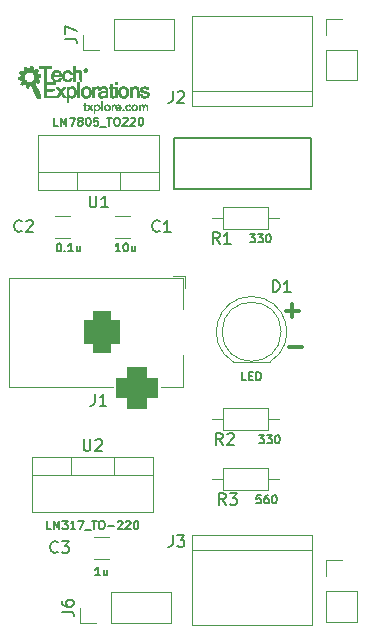
<source format=gbr>
%TF.GenerationSoftware,KiCad,Pcbnew,8.0.1*%
%TF.CreationDate,2024-03-28T07:48:49+11:00*%
%TF.ProjectId,Breadboard Power Supply,42726561-6462-46f6-9172-6420506f7765,rev?*%
%TF.SameCoordinates,Original*%
%TF.FileFunction,Legend,Top*%
%TF.FilePolarity,Positive*%
%FSLAX46Y46*%
G04 Gerber Fmt 4.6, Leading zero omitted, Abs format (unit mm)*
G04 Created by KiCad (PCBNEW 8.0.1) date 2024-03-28 07:48:49*
%MOMM*%
%LPD*%
G01*
G04 APERTURE LIST*
G04 Aperture macros list*
%AMRoundRect*
0 Rectangle with rounded corners*
0 $1 Rounding radius*
0 $2 $3 $4 $5 $6 $7 $8 $9 X,Y pos of 4 corners*
0 Add a 4 corners polygon primitive as box body*
4,1,4,$2,$3,$4,$5,$6,$7,$8,$9,$2,$3,0*
0 Add four circle primitives for the rounded corners*
1,1,$1+$1,$2,$3*
1,1,$1+$1,$4,$5*
1,1,$1+$1,$6,$7*
1,1,$1+$1,$8,$9*
0 Add four rect primitives between the rounded corners*
20,1,$1+$1,$2,$3,$4,$5,0*
20,1,$1+$1,$4,$5,$6,$7,0*
20,1,$1+$1,$6,$7,$8,$9,0*
20,1,$1+$1,$8,$9,$2,$3,0*%
G04 Aperture macros list end*
%ADD10C,0.300000*%
%ADD11C,0.150000*%
%ADD12C,0.010000*%
%ADD13C,0.120000*%
%ADD14C,0.203200*%
%ADD15C,1.600000*%
%ADD16R,1.905000X2.000000*%
%ADD17O,1.905000X2.000000*%
%ADD18R,1.700000X1.700000*%
%ADD19O,1.700000X1.700000*%
%ADD20R,1.800000X1.800000*%
%ADD21C,1.800000*%
%ADD22C,1.400000*%
%ADD23O,1.400000X1.400000*%
%ADD24R,3.000000X3.000000*%
%ADD25C,3.000000*%
%ADD26C,2.082800*%
%ADD27R,3.500000X3.500000*%
%ADD28RoundRect,0.750000X-0.750000X-1.000000X0.750000X-1.000000X0.750000X1.000000X-0.750000X1.000000X0*%
%ADD29RoundRect,0.875000X-0.875000X-0.875000X0.875000X-0.875000X0.875000X0.875000X-0.875000X0.875000X0*%
G04 APERTURE END LIST*
D10*
X110951489Y-97527400D02*
X109808632Y-97527400D01*
X110697489Y-94479400D02*
X109554632Y-94479400D01*
X110126060Y-95050828D02*
X110126060Y-93907971D01*
D11*
X90257333Y-114913580D02*
X90209714Y-114961200D01*
X90209714Y-114961200D02*
X90066857Y-115008819D01*
X90066857Y-115008819D02*
X89971619Y-115008819D01*
X89971619Y-115008819D02*
X89828762Y-114961200D01*
X89828762Y-114961200D02*
X89733524Y-114865961D01*
X89733524Y-114865961D02*
X89685905Y-114770723D01*
X89685905Y-114770723D02*
X89638286Y-114580247D01*
X89638286Y-114580247D02*
X89638286Y-114437390D01*
X89638286Y-114437390D02*
X89685905Y-114246914D01*
X89685905Y-114246914D02*
X89733524Y-114151676D01*
X89733524Y-114151676D02*
X89828762Y-114056438D01*
X89828762Y-114056438D02*
X89971619Y-114008819D01*
X89971619Y-114008819D02*
X90066857Y-114008819D01*
X90066857Y-114008819D02*
X90209714Y-114056438D01*
X90209714Y-114056438D02*
X90257333Y-114104057D01*
X90590667Y-114008819D02*
X91209714Y-114008819D01*
X91209714Y-114008819D02*
X90876381Y-114389771D01*
X90876381Y-114389771D02*
X91019238Y-114389771D01*
X91019238Y-114389771D02*
X91114476Y-114437390D01*
X91114476Y-114437390D02*
X91162095Y-114485009D01*
X91162095Y-114485009D02*
X91209714Y-114580247D01*
X91209714Y-114580247D02*
X91209714Y-114818342D01*
X91209714Y-114818342D02*
X91162095Y-114913580D01*
X91162095Y-114913580D02*
X91114476Y-114961200D01*
X91114476Y-114961200D02*
X91019238Y-115008819D01*
X91019238Y-115008819D02*
X90733524Y-115008819D01*
X90733524Y-115008819D02*
X90638286Y-114961200D01*
X90638286Y-114961200D02*
X90590667Y-114913580D01*
X93863333Y-116902033D02*
X93463333Y-116902033D01*
X93663333Y-116902033D02*
X93663333Y-116202033D01*
X93663333Y-116202033D02*
X93596666Y-116302033D01*
X93596666Y-116302033D02*
X93530000Y-116368700D01*
X93530000Y-116368700D02*
X93463333Y-116402033D01*
X94463333Y-116435366D02*
X94463333Y-116902033D01*
X94163333Y-116435366D02*
X94163333Y-116802033D01*
X94163333Y-116802033D02*
X94196667Y-116868700D01*
X94196667Y-116868700D02*
X94263333Y-116902033D01*
X94263333Y-116902033D02*
X94363333Y-116902033D01*
X94363333Y-116902033D02*
X94430000Y-116868700D01*
X94430000Y-116868700D02*
X94463333Y-116835366D01*
X92964095Y-84750819D02*
X92964095Y-85560342D01*
X92964095Y-85560342D02*
X93011714Y-85655580D01*
X93011714Y-85655580D02*
X93059333Y-85703200D01*
X93059333Y-85703200D02*
X93154571Y-85750819D01*
X93154571Y-85750819D02*
X93345047Y-85750819D01*
X93345047Y-85750819D02*
X93440285Y-85703200D01*
X93440285Y-85703200D02*
X93487904Y-85655580D01*
X93487904Y-85655580D02*
X93535523Y-85560342D01*
X93535523Y-85560342D02*
X93535523Y-84750819D01*
X94535523Y-85750819D02*
X93964095Y-85750819D01*
X94249809Y-85750819D02*
X94249809Y-84750819D01*
X94249809Y-84750819D02*
X94154571Y-84893676D01*
X94154571Y-84893676D02*
X94059333Y-84988914D01*
X94059333Y-84988914D02*
X93964095Y-85036533D01*
X90309333Y-78842033D02*
X89975999Y-78842033D01*
X89975999Y-78842033D02*
X89975999Y-78142033D01*
X90542666Y-78842033D02*
X90542666Y-78142033D01*
X90542666Y-78142033D02*
X90776000Y-78642033D01*
X90776000Y-78642033D02*
X91009333Y-78142033D01*
X91009333Y-78142033D02*
X91009333Y-78842033D01*
X91276000Y-78142033D02*
X91742666Y-78142033D01*
X91742666Y-78142033D02*
X91442666Y-78842033D01*
X92109333Y-78442033D02*
X92042667Y-78408700D01*
X92042667Y-78408700D02*
X92009333Y-78375366D01*
X92009333Y-78375366D02*
X91976000Y-78308700D01*
X91976000Y-78308700D02*
X91976000Y-78275366D01*
X91976000Y-78275366D02*
X92009333Y-78208700D01*
X92009333Y-78208700D02*
X92042667Y-78175366D01*
X92042667Y-78175366D02*
X92109333Y-78142033D01*
X92109333Y-78142033D02*
X92242667Y-78142033D01*
X92242667Y-78142033D02*
X92309333Y-78175366D01*
X92309333Y-78175366D02*
X92342667Y-78208700D01*
X92342667Y-78208700D02*
X92376000Y-78275366D01*
X92376000Y-78275366D02*
X92376000Y-78308700D01*
X92376000Y-78308700D02*
X92342667Y-78375366D01*
X92342667Y-78375366D02*
X92309333Y-78408700D01*
X92309333Y-78408700D02*
X92242667Y-78442033D01*
X92242667Y-78442033D02*
X92109333Y-78442033D01*
X92109333Y-78442033D02*
X92042667Y-78475366D01*
X92042667Y-78475366D02*
X92009333Y-78508700D01*
X92009333Y-78508700D02*
X91976000Y-78575366D01*
X91976000Y-78575366D02*
X91976000Y-78708700D01*
X91976000Y-78708700D02*
X92009333Y-78775366D01*
X92009333Y-78775366D02*
X92042667Y-78808700D01*
X92042667Y-78808700D02*
X92109333Y-78842033D01*
X92109333Y-78842033D02*
X92242667Y-78842033D01*
X92242667Y-78842033D02*
X92309333Y-78808700D01*
X92309333Y-78808700D02*
X92342667Y-78775366D01*
X92342667Y-78775366D02*
X92376000Y-78708700D01*
X92376000Y-78708700D02*
X92376000Y-78575366D01*
X92376000Y-78575366D02*
X92342667Y-78508700D01*
X92342667Y-78508700D02*
X92309333Y-78475366D01*
X92309333Y-78475366D02*
X92242667Y-78442033D01*
X92809334Y-78142033D02*
X92876000Y-78142033D01*
X92876000Y-78142033D02*
X92942667Y-78175366D01*
X92942667Y-78175366D02*
X92976000Y-78208700D01*
X92976000Y-78208700D02*
X93009334Y-78275366D01*
X93009334Y-78275366D02*
X93042667Y-78408700D01*
X93042667Y-78408700D02*
X93042667Y-78575366D01*
X93042667Y-78575366D02*
X93009334Y-78708700D01*
X93009334Y-78708700D02*
X92976000Y-78775366D01*
X92976000Y-78775366D02*
X92942667Y-78808700D01*
X92942667Y-78808700D02*
X92876000Y-78842033D01*
X92876000Y-78842033D02*
X92809334Y-78842033D01*
X92809334Y-78842033D02*
X92742667Y-78808700D01*
X92742667Y-78808700D02*
X92709334Y-78775366D01*
X92709334Y-78775366D02*
X92676000Y-78708700D01*
X92676000Y-78708700D02*
X92642667Y-78575366D01*
X92642667Y-78575366D02*
X92642667Y-78408700D01*
X92642667Y-78408700D02*
X92676000Y-78275366D01*
X92676000Y-78275366D02*
X92709334Y-78208700D01*
X92709334Y-78208700D02*
X92742667Y-78175366D01*
X92742667Y-78175366D02*
X92809334Y-78142033D01*
X93676001Y-78142033D02*
X93342667Y-78142033D01*
X93342667Y-78142033D02*
X93309334Y-78475366D01*
X93309334Y-78475366D02*
X93342667Y-78442033D01*
X93342667Y-78442033D02*
X93409334Y-78408700D01*
X93409334Y-78408700D02*
X93576001Y-78408700D01*
X93576001Y-78408700D02*
X93642667Y-78442033D01*
X93642667Y-78442033D02*
X93676001Y-78475366D01*
X93676001Y-78475366D02*
X93709334Y-78542033D01*
X93709334Y-78542033D02*
X93709334Y-78708700D01*
X93709334Y-78708700D02*
X93676001Y-78775366D01*
X93676001Y-78775366D02*
X93642667Y-78808700D01*
X93642667Y-78808700D02*
X93576001Y-78842033D01*
X93576001Y-78842033D02*
X93409334Y-78842033D01*
X93409334Y-78842033D02*
X93342667Y-78808700D01*
X93342667Y-78808700D02*
X93309334Y-78775366D01*
X93842668Y-78908700D02*
X94376001Y-78908700D01*
X94442667Y-78142033D02*
X94842667Y-78142033D01*
X94642667Y-78842033D02*
X94642667Y-78142033D01*
X95209334Y-78142033D02*
X95342667Y-78142033D01*
X95342667Y-78142033D02*
X95409334Y-78175366D01*
X95409334Y-78175366D02*
X95476000Y-78242033D01*
X95476000Y-78242033D02*
X95509334Y-78375366D01*
X95509334Y-78375366D02*
X95509334Y-78608700D01*
X95509334Y-78608700D02*
X95476000Y-78742033D01*
X95476000Y-78742033D02*
X95409334Y-78808700D01*
X95409334Y-78808700D02*
X95342667Y-78842033D01*
X95342667Y-78842033D02*
X95209334Y-78842033D01*
X95209334Y-78842033D02*
X95142667Y-78808700D01*
X95142667Y-78808700D02*
X95076000Y-78742033D01*
X95076000Y-78742033D02*
X95042667Y-78608700D01*
X95042667Y-78608700D02*
X95042667Y-78375366D01*
X95042667Y-78375366D02*
X95076000Y-78242033D01*
X95076000Y-78242033D02*
X95142667Y-78175366D01*
X95142667Y-78175366D02*
X95209334Y-78142033D01*
X95776000Y-78208700D02*
X95809333Y-78175366D01*
X95809333Y-78175366D02*
X95876000Y-78142033D01*
X95876000Y-78142033D02*
X96042667Y-78142033D01*
X96042667Y-78142033D02*
X96109333Y-78175366D01*
X96109333Y-78175366D02*
X96142667Y-78208700D01*
X96142667Y-78208700D02*
X96176000Y-78275366D01*
X96176000Y-78275366D02*
X96176000Y-78342033D01*
X96176000Y-78342033D02*
X96142667Y-78442033D01*
X96142667Y-78442033D02*
X95742667Y-78842033D01*
X95742667Y-78842033D02*
X96176000Y-78842033D01*
X96442667Y-78208700D02*
X96476000Y-78175366D01*
X96476000Y-78175366D02*
X96542667Y-78142033D01*
X96542667Y-78142033D02*
X96709334Y-78142033D01*
X96709334Y-78142033D02*
X96776000Y-78175366D01*
X96776000Y-78175366D02*
X96809334Y-78208700D01*
X96809334Y-78208700D02*
X96842667Y-78275366D01*
X96842667Y-78275366D02*
X96842667Y-78342033D01*
X96842667Y-78342033D02*
X96809334Y-78442033D01*
X96809334Y-78442033D02*
X96409334Y-78842033D01*
X96409334Y-78842033D02*
X96842667Y-78842033D01*
X97276001Y-78142033D02*
X97342667Y-78142033D01*
X97342667Y-78142033D02*
X97409334Y-78175366D01*
X97409334Y-78175366D02*
X97442667Y-78208700D01*
X97442667Y-78208700D02*
X97476001Y-78275366D01*
X97476001Y-78275366D02*
X97509334Y-78408700D01*
X97509334Y-78408700D02*
X97509334Y-78575366D01*
X97509334Y-78575366D02*
X97476001Y-78708700D01*
X97476001Y-78708700D02*
X97442667Y-78775366D01*
X97442667Y-78775366D02*
X97409334Y-78808700D01*
X97409334Y-78808700D02*
X97342667Y-78842033D01*
X97342667Y-78842033D02*
X97276001Y-78842033D01*
X97276001Y-78842033D02*
X97209334Y-78808700D01*
X97209334Y-78808700D02*
X97176001Y-78775366D01*
X97176001Y-78775366D02*
X97142667Y-78708700D01*
X97142667Y-78708700D02*
X97109334Y-78575366D01*
X97109334Y-78575366D02*
X97109334Y-78408700D01*
X97109334Y-78408700D02*
X97142667Y-78275366D01*
X97142667Y-78275366D02*
X97176001Y-78208700D01*
X97176001Y-78208700D02*
X97209334Y-78175366D01*
X97209334Y-78175366D02*
X97276001Y-78142033D01*
X108481905Y-92910819D02*
X108481905Y-91910819D01*
X108481905Y-91910819D02*
X108720000Y-91910819D01*
X108720000Y-91910819D02*
X108862857Y-91958438D01*
X108862857Y-91958438D02*
X108958095Y-92053676D01*
X108958095Y-92053676D02*
X109005714Y-92148914D01*
X109005714Y-92148914D02*
X109053333Y-92339390D01*
X109053333Y-92339390D02*
X109053333Y-92482247D01*
X109053333Y-92482247D02*
X109005714Y-92672723D01*
X109005714Y-92672723D02*
X108958095Y-92767961D01*
X108958095Y-92767961D02*
X108862857Y-92863200D01*
X108862857Y-92863200D02*
X108720000Y-92910819D01*
X108720000Y-92910819D02*
X108481905Y-92910819D01*
X110005714Y-92910819D02*
X109434286Y-92910819D01*
X109720000Y-92910819D02*
X109720000Y-91910819D01*
X109720000Y-91910819D02*
X109624762Y-92053676D01*
X109624762Y-92053676D02*
X109529524Y-92148914D01*
X109529524Y-92148914D02*
X109434286Y-92196533D01*
X106230000Y-100392033D02*
X105896666Y-100392033D01*
X105896666Y-100392033D02*
X105896666Y-99692033D01*
X106463333Y-100025366D02*
X106696667Y-100025366D01*
X106796667Y-100392033D02*
X106463333Y-100392033D01*
X106463333Y-100392033D02*
X106463333Y-99692033D01*
X106463333Y-99692033D02*
X106796667Y-99692033D01*
X107096666Y-100392033D02*
X107096666Y-99692033D01*
X107096666Y-99692033D02*
X107263333Y-99692033D01*
X107263333Y-99692033D02*
X107363333Y-99725366D01*
X107363333Y-99725366D02*
X107430000Y-99792033D01*
X107430000Y-99792033D02*
X107463333Y-99858700D01*
X107463333Y-99858700D02*
X107496666Y-99992033D01*
X107496666Y-99992033D02*
X107496666Y-100092033D01*
X107496666Y-100092033D02*
X107463333Y-100225366D01*
X107463333Y-100225366D02*
X107430000Y-100292033D01*
X107430000Y-100292033D02*
X107363333Y-100358700D01*
X107363333Y-100358700D02*
X107263333Y-100392033D01*
X107263333Y-100392033D02*
X107096666Y-100392033D01*
X103973333Y-88846819D02*
X103640000Y-88370628D01*
X103401905Y-88846819D02*
X103401905Y-87846819D01*
X103401905Y-87846819D02*
X103782857Y-87846819D01*
X103782857Y-87846819D02*
X103878095Y-87894438D01*
X103878095Y-87894438D02*
X103925714Y-87942057D01*
X103925714Y-87942057D02*
X103973333Y-88037295D01*
X103973333Y-88037295D02*
X103973333Y-88180152D01*
X103973333Y-88180152D02*
X103925714Y-88275390D01*
X103925714Y-88275390D02*
X103878095Y-88323009D01*
X103878095Y-88323009D02*
X103782857Y-88370628D01*
X103782857Y-88370628D02*
X103401905Y-88370628D01*
X104925714Y-88846819D02*
X104354286Y-88846819D01*
X104640000Y-88846819D02*
X104640000Y-87846819D01*
X104640000Y-87846819D02*
X104544762Y-87989676D01*
X104544762Y-87989676D02*
X104449524Y-88084914D01*
X104449524Y-88084914D02*
X104354286Y-88132533D01*
X106542000Y-88008033D02*
X106975333Y-88008033D01*
X106975333Y-88008033D02*
X106742000Y-88274700D01*
X106742000Y-88274700D02*
X106842000Y-88274700D01*
X106842000Y-88274700D02*
X106908666Y-88308033D01*
X106908666Y-88308033D02*
X106942000Y-88341366D01*
X106942000Y-88341366D02*
X106975333Y-88408033D01*
X106975333Y-88408033D02*
X106975333Y-88574700D01*
X106975333Y-88574700D02*
X106942000Y-88641366D01*
X106942000Y-88641366D02*
X106908666Y-88674700D01*
X106908666Y-88674700D02*
X106842000Y-88708033D01*
X106842000Y-88708033D02*
X106642000Y-88708033D01*
X106642000Y-88708033D02*
X106575333Y-88674700D01*
X106575333Y-88674700D02*
X106542000Y-88641366D01*
X107208667Y-88008033D02*
X107642000Y-88008033D01*
X107642000Y-88008033D02*
X107408667Y-88274700D01*
X107408667Y-88274700D02*
X107508667Y-88274700D01*
X107508667Y-88274700D02*
X107575333Y-88308033D01*
X107575333Y-88308033D02*
X107608667Y-88341366D01*
X107608667Y-88341366D02*
X107642000Y-88408033D01*
X107642000Y-88408033D02*
X107642000Y-88574700D01*
X107642000Y-88574700D02*
X107608667Y-88641366D01*
X107608667Y-88641366D02*
X107575333Y-88674700D01*
X107575333Y-88674700D02*
X107508667Y-88708033D01*
X107508667Y-88708033D02*
X107308667Y-88708033D01*
X107308667Y-88708033D02*
X107242000Y-88674700D01*
X107242000Y-88674700D02*
X107208667Y-88641366D01*
X108075334Y-88008033D02*
X108142000Y-88008033D01*
X108142000Y-88008033D02*
X108208667Y-88041366D01*
X108208667Y-88041366D02*
X108242000Y-88074700D01*
X108242000Y-88074700D02*
X108275334Y-88141366D01*
X108275334Y-88141366D02*
X108308667Y-88274700D01*
X108308667Y-88274700D02*
X108308667Y-88441366D01*
X108308667Y-88441366D02*
X108275334Y-88574700D01*
X108275334Y-88574700D02*
X108242000Y-88641366D01*
X108242000Y-88641366D02*
X108208667Y-88674700D01*
X108208667Y-88674700D02*
X108142000Y-88708033D01*
X108142000Y-88708033D02*
X108075334Y-88708033D01*
X108075334Y-88708033D02*
X108008667Y-88674700D01*
X108008667Y-88674700D02*
X107975334Y-88641366D01*
X107975334Y-88641366D02*
X107942000Y-88574700D01*
X107942000Y-88574700D02*
X107908667Y-88441366D01*
X107908667Y-88441366D02*
X107908667Y-88274700D01*
X107908667Y-88274700D02*
X107942000Y-88141366D01*
X107942000Y-88141366D02*
X107975334Y-88074700D01*
X107975334Y-88074700D02*
X108008667Y-88041366D01*
X108008667Y-88041366D02*
X108075334Y-88008033D01*
X99996666Y-113500819D02*
X99996666Y-114215104D01*
X99996666Y-114215104D02*
X99949047Y-114357961D01*
X99949047Y-114357961D02*
X99853809Y-114453200D01*
X99853809Y-114453200D02*
X99710952Y-114500819D01*
X99710952Y-114500819D02*
X99615714Y-114500819D01*
X100377619Y-113500819D02*
X100996666Y-113500819D01*
X100996666Y-113500819D02*
X100663333Y-113881771D01*
X100663333Y-113881771D02*
X100806190Y-113881771D01*
X100806190Y-113881771D02*
X100901428Y-113929390D01*
X100901428Y-113929390D02*
X100949047Y-113977009D01*
X100949047Y-113977009D02*
X100996666Y-114072247D01*
X100996666Y-114072247D02*
X100996666Y-114310342D01*
X100996666Y-114310342D02*
X100949047Y-114405580D01*
X100949047Y-114405580D02*
X100901428Y-114453200D01*
X100901428Y-114453200D02*
X100806190Y-114500819D01*
X100806190Y-114500819D02*
X100520476Y-114500819D01*
X100520476Y-114500819D02*
X100425238Y-114453200D01*
X100425238Y-114453200D02*
X100377619Y-114405580D01*
X87209333Y-87735580D02*
X87161714Y-87783200D01*
X87161714Y-87783200D02*
X87018857Y-87830819D01*
X87018857Y-87830819D02*
X86923619Y-87830819D01*
X86923619Y-87830819D02*
X86780762Y-87783200D01*
X86780762Y-87783200D02*
X86685524Y-87687961D01*
X86685524Y-87687961D02*
X86637905Y-87592723D01*
X86637905Y-87592723D02*
X86590286Y-87402247D01*
X86590286Y-87402247D02*
X86590286Y-87259390D01*
X86590286Y-87259390D02*
X86637905Y-87068914D01*
X86637905Y-87068914D02*
X86685524Y-86973676D01*
X86685524Y-86973676D02*
X86780762Y-86878438D01*
X86780762Y-86878438D02*
X86923619Y-86830819D01*
X86923619Y-86830819D02*
X87018857Y-86830819D01*
X87018857Y-86830819D02*
X87161714Y-86878438D01*
X87161714Y-86878438D02*
X87209333Y-86926057D01*
X87590286Y-86926057D02*
X87637905Y-86878438D01*
X87637905Y-86878438D02*
X87733143Y-86830819D01*
X87733143Y-86830819D02*
X87971238Y-86830819D01*
X87971238Y-86830819D02*
X88066476Y-86878438D01*
X88066476Y-86878438D02*
X88114095Y-86926057D01*
X88114095Y-86926057D02*
X88161714Y-87021295D01*
X88161714Y-87021295D02*
X88161714Y-87116533D01*
X88161714Y-87116533D02*
X88114095Y-87259390D01*
X88114095Y-87259390D02*
X87542667Y-87830819D01*
X87542667Y-87830819D02*
X88161714Y-87830819D01*
X90336000Y-88770033D02*
X90402666Y-88770033D01*
X90402666Y-88770033D02*
X90469333Y-88803366D01*
X90469333Y-88803366D02*
X90502666Y-88836700D01*
X90502666Y-88836700D02*
X90536000Y-88903366D01*
X90536000Y-88903366D02*
X90569333Y-89036700D01*
X90569333Y-89036700D02*
X90569333Y-89203366D01*
X90569333Y-89203366D02*
X90536000Y-89336700D01*
X90536000Y-89336700D02*
X90502666Y-89403366D01*
X90502666Y-89403366D02*
X90469333Y-89436700D01*
X90469333Y-89436700D02*
X90402666Y-89470033D01*
X90402666Y-89470033D02*
X90336000Y-89470033D01*
X90336000Y-89470033D02*
X90269333Y-89436700D01*
X90269333Y-89436700D02*
X90236000Y-89403366D01*
X90236000Y-89403366D02*
X90202666Y-89336700D01*
X90202666Y-89336700D02*
X90169333Y-89203366D01*
X90169333Y-89203366D02*
X90169333Y-89036700D01*
X90169333Y-89036700D02*
X90202666Y-88903366D01*
X90202666Y-88903366D02*
X90236000Y-88836700D01*
X90236000Y-88836700D02*
X90269333Y-88803366D01*
X90269333Y-88803366D02*
X90336000Y-88770033D01*
X90869333Y-89403366D02*
X90902667Y-89436700D01*
X90902667Y-89436700D02*
X90869333Y-89470033D01*
X90869333Y-89470033D02*
X90836000Y-89436700D01*
X90836000Y-89436700D02*
X90869333Y-89403366D01*
X90869333Y-89403366D02*
X90869333Y-89470033D01*
X91569333Y-89470033D02*
X91169333Y-89470033D01*
X91369333Y-89470033D02*
X91369333Y-88770033D01*
X91369333Y-88770033D02*
X91302666Y-88870033D01*
X91302666Y-88870033D02*
X91236000Y-88936700D01*
X91236000Y-88936700D02*
X91169333Y-88970033D01*
X92169333Y-89003366D02*
X92169333Y-89470033D01*
X91869333Y-89003366D02*
X91869333Y-89370033D01*
X91869333Y-89370033D02*
X91902667Y-89436700D01*
X91902667Y-89436700D02*
X91969333Y-89470033D01*
X91969333Y-89470033D02*
X92069333Y-89470033D01*
X92069333Y-89470033D02*
X92136000Y-89436700D01*
X92136000Y-89436700D02*
X92169333Y-89403366D01*
X104227333Y-105864819D02*
X103894000Y-105388628D01*
X103655905Y-105864819D02*
X103655905Y-104864819D01*
X103655905Y-104864819D02*
X104036857Y-104864819D01*
X104036857Y-104864819D02*
X104132095Y-104912438D01*
X104132095Y-104912438D02*
X104179714Y-104960057D01*
X104179714Y-104960057D02*
X104227333Y-105055295D01*
X104227333Y-105055295D02*
X104227333Y-105198152D01*
X104227333Y-105198152D02*
X104179714Y-105293390D01*
X104179714Y-105293390D02*
X104132095Y-105341009D01*
X104132095Y-105341009D02*
X104036857Y-105388628D01*
X104036857Y-105388628D02*
X103655905Y-105388628D01*
X104608286Y-104960057D02*
X104655905Y-104912438D01*
X104655905Y-104912438D02*
X104751143Y-104864819D01*
X104751143Y-104864819D02*
X104989238Y-104864819D01*
X104989238Y-104864819D02*
X105084476Y-104912438D01*
X105084476Y-104912438D02*
X105132095Y-104960057D01*
X105132095Y-104960057D02*
X105179714Y-105055295D01*
X105179714Y-105055295D02*
X105179714Y-105150533D01*
X105179714Y-105150533D02*
X105132095Y-105293390D01*
X105132095Y-105293390D02*
X104560667Y-105864819D01*
X104560667Y-105864819D02*
X105179714Y-105864819D01*
X107304000Y-105026033D02*
X107737333Y-105026033D01*
X107737333Y-105026033D02*
X107504000Y-105292700D01*
X107504000Y-105292700D02*
X107604000Y-105292700D01*
X107604000Y-105292700D02*
X107670666Y-105326033D01*
X107670666Y-105326033D02*
X107704000Y-105359366D01*
X107704000Y-105359366D02*
X107737333Y-105426033D01*
X107737333Y-105426033D02*
X107737333Y-105592700D01*
X107737333Y-105592700D02*
X107704000Y-105659366D01*
X107704000Y-105659366D02*
X107670666Y-105692700D01*
X107670666Y-105692700D02*
X107604000Y-105726033D01*
X107604000Y-105726033D02*
X107404000Y-105726033D01*
X107404000Y-105726033D02*
X107337333Y-105692700D01*
X107337333Y-105692700D02*
X107304000Y-105659366D01*
X107970667Y-105026033D02*
X108404000Y-105026033D01*
X108404000Y-105026033D02*
X108170667Y-105292700D01*
X108170667Y-105292700D02*
X108270667Y-105292700D01*
X108270667Y-105292700D02*
X108337333Y-105326033D01*
X108337333Y-105326033D02*
X108370667Y-105359366D01*
X108370667Y-105359366D02*
X108404000Y-105426033D01*
X108404000Y-105426033D02*
X108404000Y-105592700D01*
X108404000Y-105592700D02*
X108370667Y-105659366D01*
X108370667Y-105659366D02*
X108337333Y-105692700D01*
X108337333Y-105692700D02*
X108270667Y-105726033D01*
X108270667Y-105726033D02*
X108070667Y-105726033D01*
X108070667Y-105726033D02*
X108004000Y-105692700D01*
X108004000Y-105692700D02*
X107970667Y-105659366D01*
X108837334Y-105026033D02*
X108904000Y-105026033D01*
X108904000Y-105026033D02*
X108970667Y-105059366D01*
X108970667Y-105059366D02*
X109004000Y-105092700D01*
X109004000Y-105092700D02*
X109037334Y-105159366D01*
X109037334Y-105159366D02*
X109070667Y-105292700D01*
X109070667Y-105292700D02*
X109070667Y-105459366D01*
X109070667Y-105459366D02*
X109037334Y-105592700D01*
X109037334Y-105592700D02*
X109004000Y-105659366D01*
X109004000Y-105659366D02*
X108970667Y-105692700D01*
X108970667Y-105692700D02*
X108904000Y-105726033D01*
X108904000Y-105726033D02*
X108837334Y-105726033D01*
X108837334Y-105726033D02*
X108770667Y-105692700D01*
X108770667Y-105692700D02*
X108737334Y-105659366D01*
X108737334Y-105659366D02*
X108704000Y-105592700D01*
X108704000Y-105592700D02*
X108670667Y-105459366D01*
X108670667Y-105459366D02*
X108670667Y-105292700D01*
X108670667Y-105292700D02*
X108704000Y-105159366D01*
X108704000Y-105159366D02*
X108737334Y-105092700D01*
X108737334Y-105092700D02*
X108770667Y-105059366D01*
X108770667Y-105059366D02*
X108837334Y-105026033D01*
X93392666Y-101529319D02*
X93392666Y-102243604D01*
X93392666Y-102243604D02*
X93345047Y-102386461D01*
X93345047Y-102386461D02*
X93249809Y-102481700D01*
X93249809Y-102481700D02*
X93106952Y-102529319D01*
X93106952Y-102529319D02*
X93011714Y-102529319D01*
X94392666Y-102529319D02*
X93821238Y-102529319D01*
X94106952Y-102529319D02*
X94106952Y-101529319D01*
X94106952Y-101529319D02*
X94011714Y-101672176D01*
X94011714Y-101672176D02*
X93916476Y-101767414D01*
X93916476Y-101767414D02*
X93821238Y-101815033D01*
X99996666Y-75908819D02*
X99996666Y-76623104D01*
X99996666Y-76623104D02*
X99949047Y-76765961D01*
X99949047Y-76765961D02*
X99853809Y-76861200D01*
X99853809Y-76861200D02*
X99710952Y-76908819D01*
X99710952Y-76908819D02*
X99615714Y-76908819D01*
X100425238Y-76004057D02*
X100472857Y-75956438D01*
X100472857Y-75956438D02*
X100568095Y-75908819D01*
X100568095Y-75908819D02*
X100806190Y-75908819D01*
X100806190Y-75908819D02*
X100901428Y-75956438D01*
X100901428Y-75956438D02*
X100949047Y-76004057D01*
X100949047Y-76004057D02*
X100996666Y-76099295D01*
X100996666Y-76099295D02*
X100996666Y-76194533D01*
X100996666Y-76194533D02*
X100949047Y-76337390D01*
X100949047Y-76337390D02*
X100377619Y-76908819D01*
X100377619Y-76908819D02*
X100996666Y-76908819D01*
X104481333Y-110944819D02*
X104148000Y-110468628D01*
X103909905Y-110944819D02*
X103909905Y-109944819D01*
X103909905Y-109944819D02*
X104290857Y-109944819D01*
X104290857Y-109944819D02*
X104386095Y-109992438D01*
X104386095Y-109992438D02*
X104433714Y-110040057D01*
X104433714Y-110040057D02*
X104481333Y-110135295D01*
X104481333Y-110135295D02*
X104481333Y-110278152D01*
X104481333Y-110278152D02*
X104433714Y-110373390D01*
X104433714Y-110373390D02*
X104386095Y-110421009D01*
X104386095Y-110421009D02*
X104290857Y-110468628D01*
X104290857Y-110468628D02*
X103909905Y-110468628D01*
X104814667Y-109944819D02*
X105433714Y-109944819D01*
X105433714Y-109944819D02*
X105100381Y-110325771D01*
X105100381Y-110325771D02*
X105243238Y-110325771D01*
X105243238Y-110325771D02*
X105338476Y-110373390D01*
X105338476Y-110373390D02*
X105386095Y-110421009D01*
X105386095Y-110421009D02*
X105433714Y-110516247D01*
X105433714Y-110516247D02*
X105433714Y-110754342D01*
X105433714Y-110754342D02*
X105386095Y-110849580D01*
X105386095Y-110849580D02*
X105338476Y-110897200D01*
X105338476Y-110897200D02*
X105243238Y-110944819D01*
X105243238Y-110944819D02*
X104957524Y-110944819D01*
X104957524Y-110944819D02*
X104862286Y-110897200D01*
X104862286Y-110897200D02*
X104814667Y-110849580D01*
X107450000Y-110106033D02*
X107116666Y-110106033D01*
X107116666Y-110106033D02*
X107083333Y-110439366D01*
X107083333Y-110439366D02*
X107116666Y-110406033D01*
X107116666Y-110406033D02*
X107183333Y-110372700D01*
X107183333Y-110372700D02*
X107350000Y-110372700D01*
X107350000Y-110372700D02*
X107416666Y-110406033D01*
X107416666Y-110406033D02*
X107450000Y-110439366D01*
X107450000Y-110439366D02*
X107483333Y-110506033D01*
X107483333Y-110506033D02*
X107483333Y-110672700D01*
X107483333Y-110672700D02*
X107450000Y-110739366D01*
X107450000Y-110739366D02*
X107416666Y-110772700D01*
X107416666Y-110772700D02*
X107350000Y-110806033D01*
X107350000Y-110806033D02*
X107183333Y-110806033D01*
X107183333Y-110806033D02*
X107116666Y-110772700D01*
X107116666Y-110772700D02*
X107083333Y-110739366D01*
X108083333Y-110106033D02*
X107950000Y-110106033D01*
X107950000Y-110106033D02*
X107883333Y-110139366D01*
X107883333Y-110139366D02*
X107850000Y-110172700D01*
X107850000Y-110172700D02*
X107783333Y-110272700D01*
X107783333Y-110272700D02*
X107750000Y-110406033D01*
X107750000Y-110406033D02*
X107750000Y-110672700D01*
X107750000Y-110672700D02*
X107783333Y-110739366D01*
X107783333Y-110739366D02*
X107816667Y-110772700D01*
X107816667Y-110772700D02*
X107883333Y-110806033D01*
X107883333Y-110806033D02*
X108016667Y-110806033D01*
X108016667Y-110806033D02*
X108083333Y-110772700D01*
X108083333Y-110772700D02*
X108116667Y-110739366D01*
X108116667Y-110739366D02*
X108150000Y-110672700D01*
X108150000Y-110672700D02*
X108150000Y-110506033D01*
X108150000Y-110506033D02*
X108116667Y-110439366D01*
X108116667Y-110439366D02*
X108083333Y-110406033D01*
X108083333Y-110406033D02*
X108016667Y-110372700D01*
X108016667Y-110372700D02*
X107883333Y-110372700D01*
X107883333Y-110372700D02*
X107816667Y-110406033D01*
X107816667Y-110406033D02*
X107783333Y-110439366D01*
X107783333Y-110439366D02*
X107750000Y-110506033D01*
X108583334Y-110106033D02*
X108650000Y-110106033D01*
X108650000Y-110106033D02*
X108716667Y-110139366D01*
X108716667Y-110139366D02*
X108750000Y-110172700D01*
X108750000Y-110172700D02*
X108783334Y-110239366D01*
X108783334Y-110239366D02*
X108816667Y-110372700D01*
X108816667Y-110372700D02*
X108816667Y-110539366D01*
X108816667Y-110539366D02*
X108783334Y-110672700D01*
X108783334Y-110672700D02*
X108750000Y-110739366D01*
X108750000Y-110739366D02*
X108716667Y-110772700D01*
X108716667Y-110772700D02*
X108650000Y-110806033D01*
X108650000Y-110806033D02*
X108583334Y-110806033D01*
X108583334Y-110806033D02*
X108516667Y-110772700D01*
X108516667Y-110772700D02*
X108483334Y-110739366D01*
X108483334Y-110739366D02*
X108450000Y-110672700D01*
X108450000Y-110672700D02*
X108416667Y-110539366D01*
X108416667Y-110539366D02*
X108416667Y-110372700D01*
X108416667Y-110372700D02*
X108450000Y-110239366D01*
X108450000Y-110239366D02*
X108483334Y-110172700D01*
X108483334Y-110172700D02*
X108516667Y-110139366D01*
X108516667Y-110139366D02*
X108583334Y-110106033D01*
X90865819Y-71453333D02*
X91580104Y-71453333D01*
X91580104Y-71453333D02*
X91722961Y-71500952D01*
X91722961Y-71500952D02*
X91818200Y-71596190D01*
X91818200Y-71596190D02*
X91865819Y-71739047D01*
X91865819Y-71739047D02*
X91865819Y-71834285D01*
X90865819Y-71072380D02*
X90865819Y-70405714D01*
X90865819Y-70405714D02*
X91865819Y-70834285D01*
X90611819Y-119967333D02*
X91326104Y-119967333D01*
X91326104Y-119967333D02*
X91468961Y-120014952D01*
X91468961Y-120014952D02*
X91564200Y-120110190D01*
X91564200Y-120110190D02*
X91611819Y-120253047D01*
X91611819Y-120253047D02*
X91611819Y-120348285D01*
X90611819Y-119062571D02*
X90611819Y-119253047D01*
X90611819Y-119253047D02*
X90659438Y-119348285D01*
X90659438Y-119348285D02*
X90707057Y-119395904D01*
X90707057Y-119395904D02*
X90849914Y-119491142D01*
X90849914Y-119491142D02*
X91040390Y-119538761D01*
X91040390Y-119538761D02*
X91421342Y-119538761D01*
X91421342Y-119538761D02*
X91516580Y-119491142D01*
X91516580Y-119491142D02*
X91564200Y-119443523D01*
X91564200Y-119443523D02*
X91611819Y-119348285D01*
X91611819Y-119348285D02*
X91611819Y-119157809D01*
X91611819Y-119157809D02*
X91564200Y-119062571D01*
X91564200Y-119062571D02*
X91516580Y-119014952D01*
X91516580Y-119014952D02*
X91421342Y-118967333D01*
X91421342Y-118967333D02*
X91183247Y-118967333D01*
X91183247Y-118967333D02*
X91088009Y-119014952D01*
X91088009Y-119014952D02*
X91040390Y-119062571D01*
X91040390Y-119062571D02*
X90992771Y-119157809D01*
X90992771Y-119157809D02*
X90992771Y-119348285D01*
X90992771Y-119348285D02*
X91040390Y-119443523D01*
X91040390Y-119443523D02*
X91088009Y-119491142D01*
X91088009Y-119491142D02*
X91183247Y-119538761D01*
X92456095Y-105349819D02*
X92456095Y-106159342D01*
X92456095Y-106159342D02*
X92503714Y-106254580D01*
X92503714Y-106254580D02*
X92551333Y-106302200D01*
X92551333Y-106302200D02*
X92646571Y-106349819D01*
X92646571Y-106349819D02*
X92837047Y-106349819D01*
X92837047Y-106349819D02*
X92932285Y-106302200D01*
X92932285Y-106302200D02*
X92979904Y-106254580D01*
X92979904Y-106254580D02*
X93027523Y-106159342D01*
X93027523Y-106159342D02*
X93027523Y-105349819D01*
X93456095Y-105445057D02*
X93503714Y-105397438D01*
X93503714Y-105397438D02*
X93598952Y-105349819D01*
X93598952Y-105349819D02*
X93837047Y-105349819D01*
X93837047Y-105349819D02*
X93932285Y-105397438D01*
X93932285Y-105397438D02*
X93979904Y-105445057D01*
X93979904Y-105445057D02*
X94027523Y-105540295D01*
X94027523Y-105540295D02*
X94027523Y-105635533D01*
X94027523Y-105635533D02*
X93979904Y-105778390D01*
X93979904Y-105778390D02*
X93408476Y-106349819D01*
X93408476Y-106349819D02*
X94027523Y-106349819D01*
X89701333Y-112981033D02*
X89367999Y-112981033D01*
X89367999Y-112981033D02*
X89367999Y-112281033D01*
X89934666Y-112981033D02*
X89934666Y-112281033D01*
X89934666Y-112281033D02*
X90168000Y-112781033D01*
X90168000Y-112781033D02*
X90401333Y-112281033D01*
X90401333Y-112281033D02*
X90401333Y-112981033D01*
X90668000Y-112281033D02*
X91101333Y-112281033D01*
X91101333Y-112281033D02*
X90868000Y-112547700D01*
X90868000Y-112547700D02*
X90968000Y-112547700D01*
X90968000Y-112547700D02*
X91034666Y-112581033D01*
X91034666Y-112581033D02*
X91068000Y-112614366D01*
X91068000Y-112614366D02*
X91101333Y-112681033D01*
X91101333Y-112681033D02*
X91101333Y-112847700D01*
X91101333Y-112847700D02*
X91068000Y-112914366D01*
X91068000Y-112914366D02*
X91034666Y-112947700D01*
X91034666Y-112947700D02*
X90968000Y-112981033D01*
X90968000Y-112981033D02*
X90768000Y-112981033D01*
X90768000Y-112981033D02*
X90701333Y-112947700D01*
X90701333Y-112947700D02*
X90668000Y-112914366D01*
X91768000Y-112981033D02*
X91368000Y-112981033D01*
X91568000Y-112981033D02*
X91568000Y-112281033D01*
X91568000Y-112281033D02*
X91501333Y-112381033D01*
X91501333Y-112381033D02*
X91434667Y-112447700D01*
X91434667Y-112447700D02*
X91368000Y-112481033D01*
X92001334Y-112281033D02*
X92468000Y-112281033D01*
X92468000Y-112281033D02*
X92168000Y-112981033D01*
X92568001Y-113047700D02*
X93101334Y-113047700D01*
X93168000Y-112281033D02*
X93568000Y-112281033D01*
X93368000Y-112981033D02*
X93368000Y-112281033D01*
X93934667Y-112281033D02*
X94068000Y-112281033D01*
X94068000Y-112281033D02*
X94134667Y-112314366D01*
X94134667Y-112314366D02*
X94201333Y-112381033D01*
X94201333Y-112381033D02*
X94234667Y-112514366D01*
X94234667Y-112514366D02*
X94234667Y-112747700D01*
X94234667Y-112747700D02*
X94201333Y-112881033D01*
X94201333Y-112881033D02*
X94134667Y-112947700D01*
X94134667Y-112947700D02*
X94068000Y-112981033D01*
X94068000Y-112981033D02*
X93934667Y-112981033D01*
X93934667Y-112981033D02*
X93868000Y-112947700D01*
X93868000Y-112947700D02*
X93801333Y-112881033D01*
X93801333Y-112881033D02*
X93768000Y-112747700D01*
X93768000Y-112747700D02*
X93768000Y-112514366D01*
X93768000Y-112514366D02*
X93801333Y-112381033D01*
X93801333Y-112381033D02*
X93868000Y-112314366D01*
X93868000Y-112314366D02*
X93934667Y-112281033D01*
X94534666Y-112714366D02*
X95068000Y-112714366D01*
X95368000Y-112347700D02*
X95401333Y-112314366D01*
X95401333Y-112314366D02*
X95468000Y-112281033D01*
X95468000Y-112281033D02*
X95634667Y-112281033D01*
X95634667Y-112281033D02*
X95701333Y-112314366D01*
X95701333Y-112314366D02*
X95734667Y-112347700D01*
X95734667Y-112347700D02*
X95768000Y-112414366D01*
X95768000Y-112414366D02*
X95768000Y-112481033D01*
X95768000Y-112481033D02*
X95734667Y-112581033D01*
X95734667Y-112581033D02*
X95334667Y-112981033D01*
X95334667Y-112981033D02*
X95768000Y-112981033D01*
X96034667Y-112347700D02*
X96068000Y-112314366D01*
X96068000Y-112314366D02*
X96134667Y-112281033D01*
X96134667Y-112281033D02*
X96301334Y-112281033D01*
X96301334Y-112281033D02*
X96368000Y-112314366D01*
X96368000Y-112314366D02*
X96401334Y-112347700D01*
X96401334Y-112347700D02*
X96434667Y-112414366D01*
X96434667Y-112414366D02*
X96434667Y-112481033D01*
X96434667Y-112481033D02*
X96401334Y-112581033D01*
X96401334Y-112581033D02*
X96001334Y-112981033D01*
X96001334Y-112981033D02*
X96434667Y-112981033D01*
X96868001Y-112281033D02*
X96934667Y-112281033D01*
X96934667Y-112281033D02*
X97001334Y-112314366D01*
X97001334Y-112314366D02*
X97034667Y-112347700D01*
X97034667Y-112347700D02*
X97068001Y-112414366D01*
X97068001Y-112414366D02*
X97101334Y-112547700D01*
X97101334Y-112547700D02*
X97101334Y-112714366D01*
X97101334Y-112714366D02*
X97068001Y-112847700D01*
X97068001Y-112847700D02*
X97034667Y-112914366D01*
X97034667Y-112914366D02*
X97001334Y-112947700D01*
X97001334Y-112947700D02*
X96934667Y-112981033D01*
X96934667Y-112981033D02*
X96868001Y-112981033D01*
X96868001Y-112981033D02*
X96801334Y-112947700D01*
X96801334Y-112947700D02*
X96768001Y-112914366D01*
X96768001Y-112914366D02*
X96734667Y-112847700D01*
X96734667Y-112847700D02*
X96701334Y-112714366D01*
X96701334Y-112714366D02*
X96701334Y-112547700D01*
X96701334Y-112547700D02*
X96734667Y-112414366D01*
X96734667Y-112414366D02*
X96768001Y-112347700D01*
X96768001Y-112347700D02*
X96801334Y-112314366D01*
X96801334Y-112314366D02*
X96868001Y-112281033D01*
X98893333Y-87735580D02*
X98845714Y-87783200D01*
X98845714Y-87783200D02*
X98702857Y-87830819D01*
X98702857Y-87830819D02*
X98607619Y-87830819D01*
X98607619Y-87830819D02*
X98464762Y-87783200D01*
X98464762Y-87783200D02*
X98369524Y-87687961D01*
X98369524Y-87687961D02*
X98321905Y-87592723D01*
X98321905Y-87592723D02*
X98274286Y-87402247D01*
X98274286Y-87402247D02*
X98274286Y-87259390D01*
X98274286Y-87259390D02*
X98321905Y-87068914D01*
X98321905Y-87068914D02*
X98369524Y-86973676D01*
X98369524Y-86973676D02*
X98464762Y-86878438D01*
X98464762Y-86878438D02*
X98607619Y-86830819D01*
X98607619Y-86830819D02*
X98702857Y-86830819D01*
X98702857Y-86830819D02*
X98845714Y-86878438D01*
X98845714Y-86878438D02*
X98893333Y-86926057D01*
X99845714Y-87830819D02*
X99274286Y-87830819D01*
X99560000Y-87830819D02*
X99560000Y-86830819D01*
X99560000Y-86830819D02*
X99464762Y-86973676D01*
X99464762Y-86973676D02*
X99369524Y-87068914D01*
X99369524Y-87068914D02*
X99274286Y-87116533D01*
X95562000Y-89470033D02*
X95162000Y-89470033D01*
X95362000Y-89470033D02*
X95362000Y-88770033D01*
X95362000Y-88770033D02*
X95295333Y-88870033D01*
X95295333Y-88870033D02*
X95228667Y-88936700D01*
X95228667Y-88936700D02*
X95162000Y-88970033D01*
X95995334Y-88770033D02*
X96062000Y-88770033D01*
X96062000Y-88770033D02*
X96128667Y-88803366D01*
X96128667Y-88803366D02*
X96162000Y-88836700D01*
X96162000Y-88836700D02*
X96195334Y-88903366D01*
X96195334Y-88903366D02*
X96228667Y-89036700D01*
X96228667Y-89036700D02*
X96228667Y-89203366D01*
X96228667Y-89203366D02*
X96195334Y-89336700D01*
X96195334Y-89336700D02*
X96162000Y-89403366D01*
X96162000Y-89403366D02*
X96128667Y-89436700D01*
X96128667Y-89436700D02*
X96062000Y-89470033D01*
X96062000Y-89470033D02*
X95995334Y-89470033D01*
X95995334Y-89470033D02*
X95928667Y-89436700D01*
X95928667Y-89436700D02*
X95895334Y-89403366D01*
X95895334Y-89403366D02*
X95862000Y-89336700D01*
X95862000Y-89336700D02*
X95828667Y-89203366D01*
X95828667Y-89203366D02*
X95828667Y-89036700D01*
X95828667Y-89036700D02*
X95862000Y-88903366D01*
X95862000Y-88903366D02*
X95895334Y-88836700D01*
X95895334Y-88836700D02*
X95928667Y-88803366D01*
X95928667Y-88803366D02*
X95995334Y-88770033D01*
X96828667Y-89003366D02*
X96828667Y-89470033D01*
X96528667Y-89003366D02*
X96528667Y-89370033D01*
X96528667Y-89370033D02*
X96562001Y-89436700D01*
X96562001Y-89436700D02*
X96628667Y-89470033D01*
X96628667Y-89470033D02*
X96728667Y-89470033D01*
X96728667Y-89470033D02*
X96795334Y-89436700D01*
X96795334Y-89436700D02*
X96828667Y-89403366D01*
D12*
%TO.C,G\u002A\u002A\u002A*%
X94025720Y-76733400D02*
X94031038Y-77520800D01*
X93969840Y-77520800D01*
X93969840Y-76726970D01*
X94025720Y-76733400D01*
G36*
X94025720Y-76733400D02*
G01*
X94031038Y-77520800D01*
X93969840Y-77520800D01*
X93969840Y-76726970D01*
X94025720Y-76733400D01*
G37*
X92097936Y-75796140D02*
X92095320Y-76428600D01*
X91937840Y-76434534D01*
X91937840Y-75163680D01*
X92100553Y-75163680D01*
X92097936Y-75796140D01*
G36*
X92097936Y-75796140D02*
G01*
X92095320Y-76428600D01*
X91937840Y-76434534D01*
X91937840Y-75163680D01*
X92100553Y-75163680D01*
X92097936Y-75796140D01*
G37*
X95250000Y-75336400D02*
X95175493Y-75336400D01*
X95138327Y-75335535D01*
X95109533Y-75333257D01*
X95094757Y-75330035D01*
X95094213Y-75329626D01*
X95091010Y-75316903D01*
X95088625Y-75289289D01*
X95087482Y-75252209D01*
X95087440Y-75243266D01*
X95087440Y-75163680D01*
X95250000Y-75163680D01*
X95250000Y-75336400D01*
G36*
X95250000Y-75336400D02*
G01*
X95175493Y-75336400D01*
X95138327Y-75335535D01*
X95109533Y-75333257D01*
X95094757Y-75330035D01*
X95094213Y-75329626D01*
X95091010Y-75316903D01*
X95088625Y-75289289D01*
X95087482Y-75252209D01*
X95087440Y-75243266D01*
X95087440Y-75163680D01*
X95250000Y-75163680D01*
X95250000Y-75336400D01*
G37*
X89997280Y-75305920D02*
X89245440Y-75305920D01*
X89245440Y-75702160D01*
X89946480Y-75702160D01*
X89946480Y-75844133D01*
X89598500Y-75846806D01*
X89250520Y-75849480D01*
X89245036Y-76281038D01*
X90022680Y-76286360D01*
X90028650Y-76433680D01*
X89072720Y-76433680D01*
X89072720Y-75163680D01*
X89997280Y-75163680D01*
X89997280Y-75305920D01*
G36*
X89997280Y-75305920D02*
G01*
X89245440Y-75305920D01*
X89245440Y-75702160D01*
X89946480Y-75702160D01*
X89946480Y-75844133D01*
X89598500Y-75846806D01*
X89250520Y-75849480D01*
X89245036Y-76281038D01*
X90022680Y-76286360D01*
X90028650Y-76433680D01*
X89072720Y-76433680D01*
X89072720Y-75163680D01*
X89997280Y-75163680D01*
X89997280Y-75305920D01*
G37*
X95820172Y-77437538D02*
X95836047Y-77457968D01*
X95839043Y-77484487D01*
X95827019Y-77510935D01*
X95823314Y-77514994D01*
X95801240Y-77529166D01*
X95776879Y-77525772D01*
X95765620Y-77519986D01*
X95752237Y-77502040D01*
X95748148Y-77475442D01*
X95754049Y-77449947D01*
X95760032Y-77441552D01*
X95779839Y-77431372D01*
X95793560Y-77429360D01*
X95820172Y-77437538D01*
G36*
X95820172Y-77437538D02*
G01*
X95836047Y-77457968D01*
X95839043Y-77484487D01*
X95827019Y-77510935D01*
X95823314Y-77514994D01*
X95801240Y-77529166D01*
X95776879Y-77525772D01*
X95765620Y-77519986D01*
X95752237Y-77502040D01*
X95748148Y-77475442D01*
X95754049Y-77449947D01*
X95760032Y-77441552D01*
X95779839Y-77431372D01*
X95793560Y-77429360D01*
X95820172Y-77437538D01*
G37*
X95250000Y-76433680D02*
X95175493Y-76433680D01*
X95138327Y-76432815D01*
X95109533Y-76430537D01*
X95094757Y-76427315D01*
X95094213Y-76426906D01*
X95092805Y-76415647D01*
X95091496Y-76386151D01*
X95090317Y-76340504D01*
X95089299Y-76280789D01*
X95088472Y-76209090D01*
X95087868Y-76127491D01*
X95087518Y-76038077D01*
X95087440Y-75969706D01*
X95087440Y-75519280D01*
X95250000Y-75519280D01*
X95250000Y-76433680D01*
G36*
X95250000Y-76433680D02*
G01*
X95175493Y-76433680D01*
X95138327Y-76432815D01*
X95109533Y-76430537D01*
X95094757Y-76427315D01*
X95094213Y-76426906D01*
X95092805Y-76415647D01*
X95091496Y-76386151D01*
X95090317Y-76340504D01*
X95089299Y-76280789D01*
X95088472Y-76209090D01*
X95087868Y-76127491D01*
X95087518Y-76038077D01*
X95087440Y-75969706D01*
X95087440Y-75519280D01*
X95250000Y-75519280D01*
X95250000Y-76433680D01*
G37*
X89672160Y-73934320D02*
X89255600Y-73934320D01*
X89255600Y-75062080D01*
X89176013Y-75062080D01*
X89137572Y-75061269D01*
X89107395Y-75059122D01*
X89090908Y-75056064D01*
X89089653Y-75055306D01*
X89088383Y-75044157D01*
X89087191Y-75014554D01*
X89086099Y-74968365D01*
X89085130Y-74907456D01*
X89084305Y-74833695D01*
X89083647Y-74748948D01*
X89083178Y-74655082D01*
X89082922Y-74553963D01*
X89082880Y-74491426D01*
X89082880Y-73934320D01*
X88666320Y-73934320D01*
X88666320Y-73792080D01*
X89672160Y-73792080D01*
X89672160Y-73934320D01*
G36*
X89672160Y-73934320D02*
G01*
X89255600Y-73934320D01*
X89255600Y-75062080D01*
X89176013Y-75062080D01*
X89137572Y-75061269D01*
X89107395Y-75059122D01*
X89090908Y-75056064D01*
X89089653Y-75055306D01*
X89088383Y-75044157D01*
X89087191Y-75014554D01*
X89086099Y-74968365D01*
X89085130Y-74907456D01*
X89084305Y-74833695D01*
X89083647Y-74748948D01*
X89083178Y-74655082D01*
X89082922Y-74553963D01*
X89082880Y-74491426D01*
X89082880Y-73934320D01*
X88666320Y-73934320D01*
X88666320Y-73792080D01*
X89672160Y-73792080D01*
X89672160Y-73934320D01*
G37*
X93639914Y-75493261D02*
X93675200Y-75499880D01*
X93675222Y-75578160D01*
X93675245Y-75656440D01*
X93603964Y-75653060D01*
X93538792Y-75656022D01*
X93483775Y-75673193D01*
X93433698Y-75706761D01*
X93401708Y-75737998D01*
X93360240Y-75782985D01*
X93360240Y-76433680D01*
X93207840Y-76433680D01*
X93207840Y-75519280D01*
X93360240Y-75519280D01*
X93360240Y-75575160D01*
X93361596Y-75605765D01*
X93365095Y-75626062D01*
X93368489Y-75631040D01*
X93379332Y-75623616D01*
X93395685Y-75605262D01*
X93399522Y-75600222D01*
X93441260Y-75557053D01*
X93493570Y-75522774D01*
X93550865Y-75499869D01*
X93607560Y-75490825D01*
X93639914Y-75493261D01*
G36*
X93639914Y-75493261D02*
G01*
X93675200Y-75499880D01*
X93675222Y-75578160D01*
X93675245Y-75656440D01*
X93603964Y-75653060D01*
X93538792Y-75656022D01*
X93483775Y-75673193D01*
X93433698Y-75706761D01*
X93401708Y-75737998D01*
X93360240Y-75782985D01*
X93360240Y-76433680D01*
X93207840Y-76433680D01*
X93207840Y-75519280D01*
X93360240Y-75519280D01*
X93360240Y-75575160D01*
X93361596Y-75605765D01*
X93365095Y-75626062D01*
X93368489Y-75631040D01*
X93379332Y-75623616D01*
X93395685Y-75605262D01*
X93399522Y-75600222D01*
X93441260Y-75557053D01*
X93493570Y-75522774D01*
X93550865Y-75499869D01*
X93607560Y-75490825D01*
X93639914Y-75493261D01*
G37*
X92621002Y-74041262D02*
X92647091Y-74055392D01*
X92658452Y-74075462D01*
X92652997Y-74098626D01*
X92639508Y-74113939D01*
X92626714Y-74127778D01*
X92626689Y-74142165D01*
X92634428Y-74159055D01*
X92646099Y-74183661D01*
X92647739Y-74195314D01*
X92639813Y-74198461D01*
X92638537Y-74198480D01*
X92627210Y-74190492D01*
X92611812Y-74170567D01*
X92607053Y-74162920D01*
X92588973Y-74136514D01*
X92576567Y-74129235D01*
X92568872Y-74141007D01*
X92565863Y-74159597D01*
X92560052Y-74183201D01*
X92550388Y-74195854D01*
X92549980Y-74196004D01*
X92543319Y-74192589D01*
X92539292Y-74175308D01*
X92537483Y-74141599D01*
X92537280Y-74118046D01*
X92537280Y-74081640D01*
X92567760Y-74081640D01*
X92574715Y-74101816D01*
X92593076Y-74107249D01*
X92617500Y-74097749D01*
X92627241Y-74083352D01*
X92621595Y-74067888D01*
X92604153Y-74057559D01*
X92593478Y-74056240D01*
X92573982Y-74060317D01*
X92567892Y-74076463D01*
X92567760Y-74081640D01*
X92537280Y-74081640D01*
X92537280Y-74035920D01*
X92582274Y-74035920D01*
X92621002Y-74041262D01*
G36*
X92621002Y-74041262D02*
G01*
X92647091Y-74055392D01*
X92658452Y-74075462D01*
X92652997Y-74098626D01*
X92639508Y-74113939D01*
X92626714Y-74127778D01*
X92626689Y-74142165D01*
X92634428Y-74159055D01*
X92646099Y-74183661D01*
X92647739Y-74195314D01*
X92639813Y-74198461D01*
X92638537Y-74198480D01*
X92627210Y-74190492D01*
X92611812Y-74170567D01*
X92607053Y-74162920D01*
X92588973Y-74136514D01*
X92576567Y-74129235D01*
X92568872Y-74141007D01*
X92565863Y-74159597D01*
X92560052Y-74183201D01*
X92550388Y-74195854D01*
X92549980Y-74196004D01*
X92543319Y-74192589D01*
X92539292Y-74175308D01*
X92537483Y-74141599D01*
X92537280Y-74118046D01*
X92537280Y-74081640D01*
X92567760Y-74081640D01*
X92574715Y-74101816D01*
X92593076Y-74107249D01*
X92617500Y-74097749D01*
X92627241Y-74083352D01*
X92621595Y-74067888D01*
X92604153Y-74057559D01*
X92593478Y-74056240D01*
X92573982Y-74060317D01*
X92567892Y-74076463D01*
X92567760Y-74081640D01*
X92537280Y-74081640D01*
X92537280Y-74035920D01*
X92582274Y-74035920D01*
X92621002Y-74041262D01*
G37*
X92624727Y-73978935D02*
X92670780Y-73997634D01*
X92707853Y-74030546D01*
X92731091Y-74073818D01*
X92738170Y-74123303D01*
X92728058Y-74168773D01*
X92703839Y-74207572D01*
X92668596Y-74237045D01*
X92625414Y-74254536D01*
X92577376Y-74257389D01*
X92532200Y-74245097D01*
X92488005Y-74216721D01*
X92460594Y-74177503D01*
X92450777Y-74134648D01*
X92483557Y-74134648D01*
X92496694Y-74173882D01*
X92523764Y-74204776D01*
X92530176Y-74209065D01*
X92574779Y-74227354D01*
X92616229Y-74225610D01*
X92655146Y-74203764D01*
X92665296Y-74194416D01*
X92692489Y-74154734D01*
X92700932Y-74110804D01*
X92689989Y-74066223D01*
X92688490Y-74063192D01*
X92661517Y-74030592D01*
X92623899Y-74010573D01*
X92581724Y-74004700D01*
X92541079Y-74014538D01*
X92528307Y-74022007D01*
X92499309Y-74053201D01*
X92484411Y-74092584D01*
X92483557Y-74134648D01*
X92450777Y-74134648D01*
X92448712Y-74125636D01*
X92448656Y-74124898D01*
X92452073Y-74071281D01*
X92471692Y-74029491D01*
X92508266Y-73998155D01*
X92522270Y-73990771D01*
X92573842Y-73976097D01*
X92624727Y-73978935D01*
G36*
X92624727Y-73978935D02*
G01*
X92670780Y-73997634D01*
X92707853Y-74030546D01*
X92731091Y-74073818D01*
X92738170Y-74123303D01*
X92728058Y-74168773D01*
X92703839Y-74207572D01*
X92668596Y-74237045D01*
X92625414Y-74254536D01*
X92577376Y-74257389D01*
X92532200Y-74245097D01*
X92488005Y-74216721D01*
X92460594Y-74177503D01*
X92450777Y-74134648D01*
X92483557Y-74134648D01*
X92496694Y-74173882D01*
X92523764Y-74204776D01*
X92530176Y-74209065D01*
X92574779Y-74227354D01*
X92616229Y-74225610D01*
X92655146Y-74203764D01*
X92665296Y-74194416D01*
X92692489Y-74154734D01*
X92700932Y-74110804D01*
X92689989Y-74066223D01*
X92688490Y-74063192D01*
X92661517Y-74030592D01*
X92623899Y-74010573D01*
X92581724Y-74004700D01*
X92541079Y-74014538D01*
X92528307Y-74022007D01*
X92499309Y-74053201D01*
X92484411Y-74092584D01*
X92483557Y-74134648D01*
X92450777Y-74134648D01*
X92448712Y-74125636D01*
X92448656Y-74124898D01*
X92452073Y-74071281D01*
X92471692Y-74029491D01*
X92508266Y-73998155D01*
X92522270Y-73990771D01*
X92573842Y-73976097D01*
X92624727Y-73978935D01*
G37*
X95060286Y-77028781D02*
X95060951Y-77029028D01*
X95073650Y-77042974D01*
X95077280Y-77059607D01*
X95073404Y-77077502D01*
X95057792Y-77083614D01*
X95048952Y-77083920D01*
X95009301Y-77091744D01*
X94967640Y-77112055D01*
X94931928Y-77140105D01*
X94912931Y-77165041D01*
X94905676Y-77181804D01*
X94900549Y-77202287D01*
X94897207Y-77230122D01*
X94895305Y-77268942D01*
X94894500Y-77322380D01*
X94894400Y-77360621D01*
X94894400Y-77520800D01*
X94833440Y-77520800D01*
X94833328Y-77320140D01*
X94832977Y-77255614D01*
X94832067Y-77195659D01*
X94830703Y-77144161D01*
X94828989Y-77105004D01*
X94827028Y-77082074D01*
X94826918Y-77081380D01*
X94823835Y-77056585D01*
X94828395Y-77045869D01*
X94844550Y-77043330D01*
X94852430Y-77043280D01*
X94873783Y-77045137D01*
X94882541Y-77054832D01*
X94884239Y-77078553D01*
X94884240Y-77078840D01*
X94885262Y-77102360D01*
X94887775Y-77114098D01*
X94888304Y-77114400D01*
X94897206Y-77107865D01*
X94915295Y-77091241D01*
X94927017Y-77079750D01*
X94958607Y-77055414D01*
X94995877Y-77037092D01*
X95032034Y-77027357D01*
X95060286Y-77028781D01*
G36*
X95060286Y-77028781D02*
G01*
X95060951Y-77029028D01*
X95073650Y-77042974D01*
X95077280Y-77059607D01*
X95073404Y-77077502D01*
X95057792Y-77083614D01*
X95048952Y-77083920D01*
X95009301Y-77091744D01*
X94967640Y-77112055D01*
X94931928Y-77140105D01*
X94912931Y-77165041D01*
X94905676Y-77181804D01*
X94900549Y-77202287D01*
X94897207Y-77230122D01*
X94895305Y-77268942D01*
X94894500Y-77322380D01*
X94894400Y-77360621D01*
X94894400Y-77520800D01*
X94833440Y-77520800D01*
X94833328Y-77320140D01*
X94832977Y-77255614D01*
X94832067Y-77195659D01*
X94830703Y-77144161D01*
X94828989Y-77105004D01*
X94827028Y-77082074D01*
X94826918Y-77081380D01*
X94823835Y-77056585D01*
X94828395Y-77045869D01*
X94844550Y-77043330D01*
X94852430Y-77043280D01*
X94873783Y-77045137D01*
X94882541Y-77054832D01*
X94884239Y-77078553D01*
X94884240Y-77078840D01*
X94885262Y-77102360D01*
X94887775Y-77114098D01*
X94888304Y-77114400D01*
X94897206Y-77107865D01*
X94915295Y-77091241D01*
X94927017Y-77079750D01*
X94958607Y-77055414D01*
X94995877Y-77037092D01*
X95032034Y-77027357D01*
X95060286Y-77028781D01*
G37*
X94848680Y-75514200D02*
X94996000Y-75520170D01*
X94996000Y-75641200D01*
X94842516Y-75641200D01*
X94845598Y-75957052D01*
X94848680Y-76272905D01*
X94878470Y-76298517D01*
X94899533Y-76313811D01*
X94921072Y-76320396D01*
X94951703Y-76320444D01*
X94962290Y-76319648D01*
X95016320Y-76315168D01*
X95016320Y-76373337D01*
X95015620Y-76403750D01*
X95011198Y-76423853D01*
X94999570Y-76435779D01*
X94977252Y-76441662D01*
X94940758Y-76443635D01*
X94901189Y-76443831D01*
X94850357Y-76442179D01*
X94812733Y-76436458D01*
X94781414Y-76425508D01*
X94775535Y-76422705D01*
X94740620Y-76399128D01*
X94715104Y-76364900D01*
X94709495Y-76354133D01*
X94703088Y-76340488D01*
X94697943Y-76326782D01*
X94693894Y-76310661D01*
X94690774Y-76289770D01*
X94688420Y-76261755D01*
X94686665Y-76224261D01*
X94685342Y-76174936D01*
X94684288Y-76111423D01*
X94683335Y-76031369D01*
X94682738Y-75973940D01*
X94679357Y-75641200D01*
X94569280Y-75641200D01*
X94569280Y-75520341D01*
X94622620Y-75517270D01*
X94675960Y-75514200D01*
X94678832Y-75399900D01*
X94681705Y-75285600D01*
X94842934Y-75285600D01*
X94848680Y-75514200D01*
G36*
X94848680Y-75514200D02*
G01*
X94996000Y-75520170D01*
X94996000Y-75641200D01*
X94842516Y-75641200D01*
X94845598Y-75957052D01*
X94848680Y-76272905D01*
X94878470Y-76298517D01*
X94899533Y-76313811D01*
X94921072Y-76320396D01*
X94951703Y-76320444D01*
X94962290Y-76319648D01*
X95016320Y-76315168D01*
X95016320Y-76373337D01*
X95015620Y-76403750D01*
X95011198Y-76423853D01*
X94999570Y-76435779D01*
X94977252Y-76441662D01*
X94940758Y-76443635D01*
X94901189Y-76443831D01*
X94850357Y-76442179D01*
X94812733Y-76436458D01*
X94781414Y-76425508D01*
X94775535Y-76422705D01*
X94740620Y-76399128D01*
X94715104Y-76364900D01*
X94709495Y-76354133D01*
X94703088Y-76340488D01*
X94697943Y-76326782D01*
X94693894Y-76310661D01*
X94690774Y-76289770D01*
X94688420Y-76261755D01*
X94686665Y-76224261D01*
X94685342Y-76174936D01*
X94684288Y-76111423D01*
X94683335Y-76031369D01*
X94682738Y-75973940D01*
X94679357Y-75641200D01*
X94569280Y-75641200D01*
X94569280Y-75520341D01*
X94622620Y-75517270D01*
X94675960Y-75514200D01*
X94678832Y-75399900D01*
X94681705Y-75285600D01*
X94842934Y-75285600D01*
X94848680Y-75514200D01*
G37*
X96898879Y-75502398D02*
X96964387Y-75527734D01*
X97008107Y-75557562D01*
X97032387Y-75579901D01*
X97052481Y-75602947D01*
X97068780Y-75628801D01*
X97081671Y-75659564D01*
X97091545Y-75697335D01*
X97098788Y-75744216D01*
X97103791Y-75802305D01*
X97106943Y-75873704D01*
X97108631Y-75960512D01*
X97109246Y-76064831D01*
X97109280Y-76103980D01*
X97109280Y-76433680D01*
X96946720Y-76433680D01*
X96946720Y-76107979D01*
X96946348Y-76008755D01*
X96945265Y-75922266D01*
X96943519Y-75850100D01*
X96941156Y-75793845D01*
X96938226Y-75755088D01*
X96935601Y-75738121D01*
X96914420Y-75688778D01*
X96880826Y-75653459D01*
X96837196Y-75632251D01*
X96785903Y-75625241D01*
X96729323Y-75632516D01*
X96669832Y-75654163D01*
X96609804Y-75690269D01*
X96568260Y-75724639D01*
X96520000Y-75769620D01*
X96520000Y-76433680D01*
X96357440Y-76433680D01*
X96357440Y-75519280D01*
X96520000Y-75519280D01*
X96520000Y-75570080D01*
X96521509Y-75599062D01*
X96525368Y-75617455D01*
X96528388Y-75620880D01*
X96540258Y-75614087D01*
X96558429Y-75597420D01*
X96561408Y-75594264D01*
X96616924Y-75547844D01*
X96682419Y-75515119D01*
X96753904Y-75496418D01*
X96827388Y-75492068D01*
X96898879Y-75502398D01*
G36*
X96898879Y-75502398D02*
G01*
X96964387Y-75527734D01*
X97008107Y-75557562D01*
X97032387Y-75579901D01*
X97052481Y-75602947D01*
X97068780Y-75628801D01*
X97081671Y-75659564D01*
X97091545Y-75697335D01*
X97098788Y-75744216D01*
X97103791Y-75802305D01*
X97106943Y-75873704D01*
X97108631Y-75960512D01*
X97109246Y-76064831D01*
X97109280Y-76103980D01*
X97109280Y-76433680D01*
X96946720Y-76433680D01*
X96946720Y-76107979D01*
X96946348Y-76008755D01*
X96945265Y-75922266D01*
X96943519Y-75850100D01*
X96941156Y-75793845D01*
X96938226Y-75755088D01*
X96935601Y-75738121D01*
X96914420Y-75688778D01*
X96880826Y-75653459D01*
X96837196Y-75632251D01*
X96785903Y-75625241D01*
X96729323Y-75632516D01*
X96669832Y-75654163D01*
X96609804Y-75690269D01*
X96568260Y-75724639D01*
X96520000Y-75769620D01*
X96520000Y-76433680D01*
X96357440Y-76433680D01*
X96357440Y-75519280D01*
X96520000Y-75519280D01*
X96520000Y-75570080D01*
X96521509Y-75599062D01*
X96525368Y-75617455D01*
X96528388Y-75620880D01*
X96540258Y-75614087D01*
X96558429Y-75597420D01*
X96561408Y-75594264D01*
X96616924Y-75547844D01*
X96682419Y-75515119D01*
X96753904Y-75496418D01*
X96827388Y-75492068D01*
X96898879Y-75502398D01*
G37*
X91694000Y-74251006D02*
X91740061Y-74210461D01*
X91792828Y-74168938D01*
X91842625Y-74142241D01*
X91896487Y-74127721D01*
X91961451Y-74122730D01*
X91973400Y-74122639D01*
X92054266Y-74128308D01*
X92120173Y-74146189D01*
X92173225Y-74177460D01*
X92215526Y-74223303D01*
X92244635Y-74274680D01*
X92250755Y-74288525D01*
X92255726Y-74302278D01*
X92259686Y-74318164D01*
X92262777Y-74338407D01*
X92265138Y-74365231D01*
X92266910Y-74400862D01*
X92268233Y-74447524D01*
X92269246Y-74507442D01*
X92270090Y-74582842D01*
X92270904Y-74675946D01*
X92271054Y-74694215D01*
X92274069Y-75062951D01*
X92194854Y-75059975D01*
X92115640Y-75057000D01*
X92110560Y-74700929D01*
X92109109Y-74605238D01*
X92107683Y-74527754D01*
X92106155Y-74466367D01*
X92104397Y-74418965D01*
X92102285Y-74383436D01*
X92099690Y-74357668D01*
X92096487Y-74339551D01*
X92092548Y-74326972D01*
X92087746Y-74317819D01*
X92087558Y-74317531D01*
X92059158Y-74284254D01*
X92024100Y-74264338D01*
X91977564Y-74255607D01*
X91948446Y-74254756D01*
X91878972Y-74263654D01*
X91815263Y-74290240D01*
X91754852Y-74335662D01*
X91737323Y-74352802D01*
X91694287Y-74397076D01*
X91691603Y-74727038D01*
X91688920Y-75057000D01*
X91531440Y-75062934D01*
X91531440Y-73792080D01*
X91694000Y-73792080D01*
X91694000Y-74251006D01*
G36*
X91694000Y-74251006D02*
G01*
X91740061Y-74210461D01*
X91792828Y-74168938D01*
X91842625Y-74142241D01*
X91896487Y-74127721D01*
X91961451Y-74122730D01*
X91973400Y-74122639D01*
X92054266Y-74128308D01*
X92120173Y-74146189D01*
X92173225Y-74177460D01*
X92215526Y-74223303D01*
X92244635Y-74274680D01*
X92250755Y-74288525D01*
X92255726Y-74302278D01*
X92259686Y-74318164D01*
X92262777Y-74338407D01*
X92265138Y-74365231D01*
X92266910Y-74400862D01*
X92268233Y-74447524D01*
X92269246Y-74507442D01*
X92270090Y-74582842D01*
X92270904Y-74675946D01*
X92271054Y-74694215D01*
X92274069Y-75062951D01*
X92194854Y-75059975D01*
X92115640Y-75057000D01*
X92110560Y-74700929D01*
X92109109Y-74605238D01*
X92107683Y-74527754D01*
X92106155Y-74466367D01*
X92104397Y-74418965D01*
X92102285Y-74383436D01*
X92099690Y-74357668D01*
X92096487Y-74339551D01*
X92092548Y-74326972D01*
X92087746Y-74317819D01*
X92087558Y-74317531D01*
X92059158Y-74284254D01*
X92024100Y-74264338D01*
X91977564Y-74255607D01*
X91948446Y-74254756D01*
X91878972Y-74263654D01*
X91815263Y-74290240D01*
X91754852Y-74335662D01*
X91737323Y-74352802D01*
X91694287Y-74397076D01*
X91691603Y-74727038D01*
X91688920Y-75057000D01*
X91531440Y-75062934D01*
X91531440Y-73792080D01*
X91694000Y-73792080D01*
X91694000Y-74251006D01*
G37*
X94467278Y-77029704D02*
X94533399Y-77047811D01*
X94580711Y-77072415D01*
X94626368Y-77112826D01*
X94659861Y-77165920D01*
X94680028Y-77227291D01*
X94685707Y-77292538D01*
X94675736Y-77357257D01*
X94664215Y-77388720D01*
X94636532Y-77433615D01*
X94598010Y-77474531D01*
X94554695Y-77505894D01*
X94521739Y-77520067D01*
X94461620Y-77529791D01*
X94398606Y-77528315D01*
X94341501Y-77516100D01*
X94325440Y-77509786D01*
X94267024Y-77474494D01*
X94224859Y-77428257D01*
X94197949Y-77369585D01*
X94185540Y-77300141D01*
X94186340Y-77282040D01*
X94244606Y-77282040D01*
X94253332Y-77344356D01*
X94277613Y-77397124D01*
X94314600Y-77438450D01*
X94361444Y-77466441D01*
X94415299Y-77479201D01*
X94473314Y-77474837D01*
X94513820Y-77461062D01*
X94564732Y-77427792D01*
X94601070Y-77382765D01*
X94621933Y-77329256D01*
X94626418Y-77270541D01*
X94613625Y-77209895D01*
X94594298Y-77168715D01*
X94557656Y-77125112D01*
X94508729Y-77097115D01*
X94449076Y-77085453D01*
X94417307Y-77085856D01*
X94357344Y-77099261D01*
X94308388Y-77128779D01*
X94272171Y-77172442D01*
X94250425Y-77228284D01*
X94244606Y-77282040D01*
X94186340Y-77282040D01*
X94188681Y-77229154D01*
X94208406Y-77166522D01*
X94242186Y-77113703D01*
X94287492Y-77072154D01*
X94341796Y-77043333D01*
X94402567Y-77028697D01*
X94467278Y-77029704D01*
G36*
X94467278Y-77029704D02*
G01*
X94533399Y-77047811D01*
X94580711Y-77072415D01*
X94626368Y-77112826D01*
X94659861Y-77165920D01*
X94680028Y-77227291D01*
X94685707Y-77292538D01*
X94675736Y-77357257D01*
X94664215Y-77388720D01*
X94636532Y-77433615D01*
X94598010Y-77474531D01*
X94554695Y-77505894D01*
X94521739Y-77520067D01*
X94461620Y-77529791D01*
X94398606Y-77528315D01*
X94341501Y-77516100D01*
X94325440Y-77509786D01*
X94267024Y-77474494D01*
X94224859Y-77428257D01*
X94197949Y-77369585D01*
X94185540Y-77300141D01*
X94186340Y-77282040D01*
X94244606Y-77282040D01*
X94253332Y-77344356D01*
X94277613Y-77397124D01*
X94314600Y-77438450D01*
X94361444Y-77466441D01*
X94415299Y-77479201D01*
X94473314Y-77474837D01*
X94513820Y-77461062D01*
X94564732Y-77427792D01*
X94601070Y-77382765D01*
X94621933Y-77329256D01*
X94626418Y-77270541D01*
X94613625Y-77209895D01*
X94594298Y-77168715D01*
X94557656Y-77125112D01*
X94508729Y-77097115D01*
X94449076Y-77085453D01*
X94417307Y-77085856D01*
X94357344Y-77099261D01*
X94308388Y-77128779D01*
X94272171Y-77172442D01*
X94250425Y-77228284D01*
X94244606Y-77282040D01*
X94186340Y-77282040D01*
X94188681Y-77229154D01*
X94208406Y-77166522D01*
X94242186Y-77113703D01*
X94287492Y-77072154D01*
X94341796Y-77043333D01*
X94402567Y-77028697D01*
X94467278Y-77029704D01*
G37*
X96325639Y-77044288D02*
X96376364Y-77070021D01*
X96401264Y-77091971D01*
X96413416Y-77107628D01*
X96410440Y-77117947D01*
X96397289Y-77128034D01*
X96381575Y-77136903D01*
X96367679Y-77135715D01*
X96347910Y-77123093D01*
X96341144Y-77117986D01*
X96294405Y-77094190D01*
X96238390Y-77084631D01*
X96190226Y-77088249D01*
X96151809Y-77103470D01*
X96113057Y-77131714D01*
X96080989Y-77167062D01*
X96066366Y-77192654D01*
X96054580Y-77240204D01*
X96053184Y-77294883D01*
X96061731Y-77347723D01*
X96075821Y-77383339D01*
X96111095Y-77428208D01*
X96156044Y-77459546D01*
X96206547Y-77476387D01*
X96258485Y-77477767D01*
X96307737Y-77462722D01*
X96335747Y-77444195D01*
X96360869Y-77425372D01*
X96378231Y-77420817D01*
X96394000Y-77430003D01*
X96402240Y-77438503D01*
X96412119Y-77451554D01*
X96410694Y-77462023D01*
X96395782Y-77475960D01*
X96385989Y-77483526D01*
X96356668Y-77503169D01*
X96327969Y-77518362D01*
X96323713Y-77520102D01*
X96289478Y-77527429D01*
X96244319Y-77529838D01*
X96196996Y-77527464D01*
X96156266Y-77520440D01*
X96146507Y-77517397D01*
X96089982Y-77486685D01*
X96044915Y-77441458D01*
X96012689Y-77384847D01*
X95994691Y-77319986D01*
X95992304Y-77250007D01*
X96002667Y-77192076D01*
X96022645Y-77149748D01*
X96056376Y-77107427D01*
X96098174Y-77071039D01*
X96142341Y-77046513D01*
X96203476Y-77031629D01*
X96266293Y-77031189D01*
X96325639Y-77044288D01*
G36*
X96325639Y-77044288D02*
G01*
X96376364Y-77070021D01*
X96401264Y-77091971D01*
X96413416Y-77107628D01*
X96410440Y-77117947D01*
X96397289Y-77128034D01*
X96381575Y-77136903D01*
X96367679Y-77135715D01*
X96347910Y-77123093D01*
X96341144Y-77117986D01*
X96294405Y-77094190D01*
X96238390Y-77084631D01*
X96190226Y-77088249D01*
X96151809Y-77103470D01*
X96113057Y-77131714D01*
X96080989Y-77167062D01*
X96066366Y-77192654D01*
X96054580Y-77240204D01*
X96053184Y-77294883D01*
X96061731Y-77347723D01*
X96075821Y-77383339D01*
X96111095Y-77428208D01*
X96156044Y-77459546D01*
X96206547Y-77476387D01*
X96258485Y-77477767D01*
X96307737Y-77462722D01*
X96335747Y-77444195D01*
X96360869Y-77425372D01*
X96378231Y-77420817D01*
X96394000Y-77430003D01*
X96402240Y-77438503D01*
X96412119Y-77451554D01*
X96410694Y-77462023D01*
X96395782Y-77475960D01*
X96385989Y-77483526D01*
X96356668Y-77503169D01*
X96327969Y-77518362D01*
X96323713Y-77520102D01*
X96289478Y-77527429D01*
X96244319Y-77529838D01*
X96196996Y-77527464D01*
X96156266Y-77520440D01*
X96146507Y-77517397D01*
X96089982Y-77486685D01*
X96044915Y-77441458D01*
X96012689Y-77384847D01*
X95994691Y-77319986D01*
X95992304Y-77250007D01*
X96002667Y-77192076D01*
X96022645Y-77149748D01*
X96056376Y-77107427D01*
X96098174Y-77071039D01*
X96142341Y-77046513D01*
X96203476Y-77031629D01*
X96266293Y-77031189D01*
X96325639Y-77044288D01*
G37*
X96789377Y-77032558D02*
X96852716Y-77049631D01*
X96882971Y-77065016D01*
X96930944Y-77106063D01*
X96966702Y-77160180D01*
X96988546Y-77223047D01*
X96994780Y-77290349D01*
X96989394Y-77335697D01*
X96966464Y-77404104D01*
X96929558Y-77457784D01*
X96878860Y-77496589D01*
X96814549Y-77520369D01*
X96754866Y-77528401D01*
X96712077Y-77529699D01*
X96681297Y-77527181D01*
X96654351Y-77519393D01*
X96623209Y-77504950D01*
X96566374Y-77465506D01*
X96525017Y-77412972D01*
X96499667Y-77348023D01*
X96499531Y-77347461D01*
X96492019Y-77278659D01*
X96552109Y-77278659D01*
X96560428Y-77338034D01*
X96585048Y-77392232D01*
X96610793Y-77423649D01*
X96660849Y-77460483D01*
X96716194Y-77477921D01*
X96777793Y-77476194D01*
X96804835Y-77470068D01*
X96841705Y-77451603D01*
X96878388Y-77419709D01*
X96909012Y-77380467D01*
X96926460Y-77344141D01*
X96934607Y-77289995D01*
X96928612Y-77231674D01*
X96909743Y-77178250D01*
X96901277Y-77163796D01*
X96863032Y-77122880D01*
X96814887Y-77096449D01*
X96761122Y-77084511D01*
X96706017Y-77087075D01*
X96653851Y-77104149D01*
X96608905Y-77135741D01*
X96586158Y-77163198D01*
X96560538Y-77218812D01*
X96552109Y-77278659D01*
X96492019Y-77278659D01*
X96491943Y-77277966D01*
X96501350Y-77210270D01*
X96526317Y-77148410D01*
X96565408Y-77096422D01*
X96598434Y-77069357D01*
X96656047Y-77042515D01*
X96721757Y-77030218D01*
X96789377Y-77032558D01*
G36*
X96789377Y-77032558D02*
G01*
X96852716Y-77049631D01*
X96882971Y-77065016D01*
X96930944Y-77106063D01*
X96966702Y-77160180D01*
X96988546Y-77223047D01*
X96994780Y-77290349D01*
X96989394Y-77335697D01*
X96966464Y-77404104D01*
X96929558Y-77457784D01*
X96878860Y-77496589D01*
X96814549Y-77520369D01*
X96754866Y-77528401D01*
X96712077Y-77529699D01*
X96681297Y-77527181D01*
X96654351Y-77519393D01*
X96623209Y-77504950D01*
X96566374Y-77465506D01*
X96525017Y-77412972D01*
X96499667Y-77348023D01*
X96499531Y-77347461D01*
X96492019Y-77278659D01*
X96552109Y-77278659D01*
X96560428Y-77338034D01*
X96585048Y-77392232D01*
X96610793Y-77423649D01*
X96660849Y-77460483D01*
X96716194Y-77477921D01*
X96777793Y-77476194D01*
X96804835Y-77470068D01*
X96841705Y-77451603D01*
X96878388Y-77419709D01*
X96909012Y-77380467D01*
X96926460Y-77344141D01*
X96934607Y-77289995D01*
X96928612Y-77231674D01*
X96909743Y-77178250D01*
X96901277Y-77163796D01*
X96863032Y-77122880D01*
X96814887Y-77096449D01*
X96761122Y-77084511D01*
X96706017Y-77087075D01*
X96653851Y-77104149D01*
X96608905Y-77135741D01*
X96586158Y-77163198D01*
X96560538Y-77218812D01*
X96552109Y-77278659D01*
X96492019Y-77278659D01*
X96491943Y-77277966D01*
X96501350Y-77210270D01*
X96526317Y-77148410D01*
X96565408Y-77096422D01*
X96598434Y-77069357D01*
X96656047Y-77042515D01*
X96721757Y-77030218D01*
X96789377Y-77032558D01*
G37*
X93641356Y-77039169D02*
X93700080Y-77065205D01*
X93750561Y-77105776D01*
X93785423Y-77153413D01*
X93808802Y-77215605D01*
X93815587Y-77283579D01*
X93806205Y-77352021D01*
X93781082Y-77415616D01*
X93761985Y-77444945D01*
X93719268Y-77485201D01*
X93664971Y-77512992D01*
X93603796Y-77527928D01*
X93540447Y-77529617D01*
X93479624Y-77517669D01*
X93426032Y-77491694D01*
X93404771Y-77474616D01*
X93370899Y-77442672D01*
X93368109Y-77601116D01*
X93365320Y-77759560D01*
X93337380Y-77762774D01*
X93309440Y-77765989D01*
X93309440Y-77299945D01*
X93362039Y-77299945D01*
X93375790Y-77353365D01*
X93406885Y-77403732D01*
X93419798Y-77417798D01*
X93449158Y-77442579D01*
X93480177Y-77461996D01*
X93492799Y-77467440D01*
X93547002Y-77477031D01*
X93604308Y-77473113D01*
X93656334Y-77456634D01*
X93673357Y-77447025D01*
X93713465Y-77409058D01*
X93740600Y-77359724D01*
X93754230Y-77303724D01*
X93753825Y-77245754D01*
X93738856Y-77190514D01*
X93708792Y-77142701D01*
X93707832Y-77141630D01*
X93671063Y-77113120D01*
X93623314Y-77092686D01*
X93573443Y-77084001D01*
X93568598Y-77083920D01*
X93506468Y-77092429D01*
X93453630Y-77115952D01*
X93411427Y-77151475D01*
X93381199Y-77195989D01*
X93364289Y-77246483D01*
X93362039Y-77299945D01*
X93309440Y-77299945D01*
X93309440Y-77043280D01*
X93339920Y-77043280D01*
X93360030Y-77045106D01*
X93368552Y-77054608D01*
X93370394Y-77077817D01*
X93370400Y-77080740D01*
X93370400Y-77118201D01*
X93398340Y-77092142D01*
X93452880Y-77054155D01*
X93514040Y-77033056D01*
X93578104Y-77028256D01*
X93641356Y-77039169D01*
G36*
X93641356Y-77039169D02*
G01*
X93700080Y-77065205D01*
X93750561Y-77105776D01*
X93785423Y-77153413D01*
X93808802Y-77215605D01*
X93815587Y-77283579D01*
X93806205Y-77352021D01*
X93781082Y-77415616D01*
X93761985Y-77444945D01*
X93719268Y-77485201D01*
X93664971Y-77512992D01*
X93603796Y-77527928D01*
X93540447Y-77529617D01*
X93479624Y-77517669D01*
X93426032Y-77491694D01*
X93404771Y-77474616D01*
X93370899Y-77442672D01*
X93368109Y-77601116D01*
X93365320Y-77759560D01*
X93337380Y-77762774D01*
X93309440Y-77765989D01*
X93309440Y-77299945D01*
X93362039Y-77299945D01*
X93375790Y-77353365D01*
X93406885Y-77403732D01*
X93419798Y-77417798D01*
X93449158Y-77442579D01*
X93480177Y-77461996D01*
X93492799Y-77467440D01*
X93547002Y-77477031D01*
X93604308Y-77473113D01*
X93656334Y-77456634D01*
X93673357Y-77447025D01*
X93713465Y-77409058D01*
X93740600Y-77359724D01*
X93754230Y-77303724D01*
X93753825Y-77245754D01*
X93738856Y-77190514D01*
X93708792Y-77142701D01*
X93707832Y-77141630D01*
X93671063Y-77113120D01*
X93623314Y-77092686D01*
X93573443Y-77084001D01*
X93568598Y-77083920D01*
X93506468Y-77092429D01*
X93453630Y-77115952D01*
X93411427Y-77151475D01*
X93381199Y-77195989D01*
X93364289Y-77246483D01*
X93362039Y-77299945D01*
X93309440Y-77299945D01*
X93309440Y-77043280D01*
X93339920Y-77043280D01*
X93360030Y-77045106D01*
X93368552Y-77054608D01*
X93370394Y-77077817D01*
X93370400Y-77080740D01*
X93370400Y-77118201D01*
X93398340Y-77092142D01*
X93452880Y-77054155D01*
X93514040Y-77033056D01*
X93578104Y-77028256D01*
X93641356Y-77039169D01*
G37*
X92545241Y-76902407D02*
X92552887Y-76909503D01*
X92556935Y-76926817D01*
X92559185Y-76958838D01*
X92559675Y-76969620D01*
X92562680Y-77038200D01*
X92631260Y-77041204D01*
X92667640Y-77043285D01*
X92688196Y-77046718D01*
X92697416Y-77053300D01*
X92699790Y-77064830D01*
X92699840Y-77068680D01*
X92698472Y-77081721D01*
X92691376Y-77089367D01*
X92674062Y-77093415D01*
X92642041Y-77095665D01*
X92631260Y-77096155D01*
X92562680Y-77099160D01*
X92562680Y-77270253D01*
X92562759Y-77332870D01*
X92563281Y-77378372D01*
X92564667Y-77409961D01*
X92567341Y-77430843D01*
X92571726Y-77444220D01*
X92578243Y-77453299D01*
X92587317Y-77461281D01*
X92587961Y-77461803D01*
X92611505Y-77475429D01*
X92639735Y-77478108D01*
X92655446Y-77476473D01*
X92682910Y-77474155D01*
X92696714Y-77478387D01*
X92702908Y-77490797D01*
X92699775Y-77512161D01*
X92689431Y-77520932D01*
X92659928Y-77528869D01*
X92620820Y-77529855D01*
X92581433Y-77524319D01*
X92554591Y-77514743D01*
X92530923Y-77495554D01*
X92516491Y-77473848D01*
X92513300Y-77455530D01*
X92510551Y-77420805D01*
X92508432Y-77373586D01*
X92507129Y-77317785D01*
X92506800Y-77271218D01*
X92506800Y-77094080D01*
X92450920Y-77094080D01*
X92418902Y-77093402D01*
X92402229Y-77089895D01*
X92395937Y-77081350D01*
X92395040Y-77069210D01*
X92396873Y-77054576D01*
X92405742Y-77046654D01*
X92426696Y-77042801D01*
X92448380Y-77041270D01*
X92501720Y-77038200D01*
X92504724Y-76969620D01*
X92506805Y-76933239D01*
X92510238Y-76912683D01*
X92516820Y-76903463D01*
X92528350Y-76901089D01*
X92532200Y-76901040D01*
X92545241Y-76902407D01*
G36*
X92545241Y-76902407D02*
G01*
X92552887Y-76909503D01*
X92556935Y-76926817D01*
X92559185Y-76958838D01*
X92559675Y-76969620D01*
X92562680Y-77038200D01*
X92631260Y-77041204D01*
X92667640Y-77043285D01*
X92688196Y-77046718D01*
X92697416Y-77053300D01*
X92699790Y-77064830D01*
X92699840Y-77068680D01*
X92698472Y-77081721D01*
X92691376Y-77089367D01*
X92674062Y-77093415D01*
X92642041Y-77095665D01*
X92631260Y-77096155D01*
X92562680Y-77099160D01*
X92562680Y-77270253D01*
X92562759Y-77332870D01*
X92563281Y-77378372D01*
X92564667Y-77409961D01*
X92567341Y-77430843D01*
X92571726Y-77444220D01*
X92578243Y-77453299D01*
X92587317Y-77461281D01*
X92587961Y-77461803D01*
X92611505Y-77475429D01*
X92639735Y-77478108D01*
X92655446Y-77476473D01*
X92682910Y-77474155D01*
X92696714Y-77478387D01*
X92702908Y-77490797D01*
X92699775Y-77512161D01*
X92689431Y-77520932D01*
X92659928Y-77528869D01*
X92620820Y-77529855D01*
X92581433Y-77524319D01*
X92554591Y-77514743D01*
X92530923Y-77495554D01*
X92516491Y-77473848D01*
X92513300Y-77455530D01*
X92510551Y-77420805D01*
X92508432Y-77373586D01*
X92507129Y-77317785D01*
X92506800Y-77271218D01*
X92506800Y-77094080D01*
X92450920Y-77094080D01*
X92418902Y-77093402D01*
X92402229Y-77089895D01*
X92395937Y-77081350D01*
X92395040Y-77069210D01*
X92396873Y-77054576D01*
X92405742Y-77046654D01*
X92426696Y-77042801D01*
X92448380Y-77041270D01*
X92501720Y-77038200D01*
X92504724Y-76969620D01*
X92506805Y-76933239D01*
X92510238Y-76912683D01*
X92516820Y-76903463D01*
X92528350Y-76901089D01*
X92532200Y-76901040D01*
X92545241Y-76902407D01*
G37*
X95454967Y-77041569D02*
X95483680Y-77053824D01*
X95535882Y-77090781D01*
X95572684Y-77140651D01*
X95593410Y-77202341D01*
X95597545Y-77237515D01*
X95600520Y-77292200D01*
X95399860Y-77294954D01*
X95328462Y-77295971D01*
X95275123Y-77297349D01*
X95237588Y-77299922D01*
X95213600Y-77304525D01*
X95200903Y-77311993D01*
X95197242Y-77323161D01*
X95200362Y-77338862D01*
X95208006Y-77359931D01*
X95210006Y-77365198D01*
X95238281Y-77414211D01*
X95278721Y-77449838D01*
X95327627Y-77471395D01*
X95381302Y-77478196D01*
X95436047Y-77469555D01*
X95488164Y-77444788D01*
X95516524Y-77422007D01*
X95535382Y-77405292D01*
X95547436Y-77401682D01*
X95560179Y-77409845D01*
X95564284Y-77413508D01*
X95577703Y-77428974D01*
X95575860Y-77443578D01*
X95569630Y-77453959D01*
X95539242Y-77483840D01*
X95494579Y-77507201D01*
X95440936Y-77522983D01*
X95383610Y-77530133D01*
X95327895Y-77527593D01*
X95279089Y-77514307D01*
X95275400Y-77512635D01*
X95231002Y-77483654D01*
X95190670Y-77443021D01*
X95160127Y-77397292D01*
X95147815Y-77366435D01*
X95139495Y-77310560D01*
X95141262Y-77249241D01*
X95143681Y-77236320D01*
X95196997Y-77236320D01*
X95546009Y-77236320D01*
X95538957Y-77213460D01*
X95513520Y-77156864D01*
X95476901Y-77117062D01*
X95428283Y-77093367D01*
X95386952Y-77086020D01*
X95329172Y-77090068D01*
X95277918Y-77110536D01*
X95236786Y-77145018D01*
X95209373Y-77191109D01*
X95203969Y-77208380D01*
X95196997Y-77236320D01*
X95143681Y-77236320D01*
X95152249Y-77190573D01*
X95171593Y-77142648D01*
X95171746Y-77142387D01*
X95212910Y-77090969D01*
X95265529Y-77054123D01*
X95325889Y-77032904D01*
X95390273Y-77028368D01*
X95454967Y-77041569D01*
G36*
X95454967Y-77041569D02*
G01*
X95483680Y-77053824D01*
X95535882Y-77090781D01*
X95572684Y-77140651D01*
X95593410Y-77202341D01*
X95597545Y-77237515D01*
X95600520Y-77292200D01*
X95399860Y-77294954D01*
X95328462Y-77295971D01*
X95275123Y-77297349D01*
X95237588Y-77299922D01*
X95213600Y-77304525D01*
X95200903Y-77311993D01*
X95197242Y-77323161D01*
X95200362Y-77338862D01*
X95208006Y-77359931D01*
X95210006Y-77365198D01*
X95238281Y-77414211D01*
X95278721Y-77449838D01*
X95327627Y-77471395D01*
X95381302Y-77478196D01*
X95436047Y-77469555D01*
X95488164Y-77444788D01*
X95516524Y-77422007D01*
X95535382Y-77405292D01*
X95547436Y-77401682D01*
X95560179Y-77409845D01*
X95564284Y-77413508D01*
X95577703Y-77428974D01*
X95575860Y-77443578D01*
X95569630Y-77453959D01*
X95539242Y-77483840D01*
X95494579Y-77507201D01*
X95440936Y-77522983D01*
X95383610Y-77530133D01*
X95327895Y-77527593D01*
X95279089Y-77514307D01*
X95275400Y-77512635D01*
X95231002Y-77483654D01*
X95190670Y-77443021D01*
X95160127Y-77397292D01*
X95147815Y-77366435D01*
X95139495Y-77310560D01*
X95141262Y-77249241D01*
X95143681Y-77236320D01*
X95196997Y-77236320D01*
X95546009Y-77236320D01*
X95538957Y-77213460D01*
X95513520Y-77156864D01*
X95476901Y-77117062D01*
X95428283Y-77093367D01*
X95386952Y-77086020D01*
X95329172Y-77090068D01*
X95277918Y-77110536D01*
X95236786Y-77145018D01*
X95209373Y-77191109D01*
X95203969Y-77208380D01*
X95196997Y-77236320D01*
X95143681Y-77236320D01*
X95152249Y-77190573D01*
X95171593Y-77142648D01*
X95171746Y-77142387D01*
X95212910Y-77090969D01*
X95265529Y-77054123D01*
X95325889Y-77032904D01*
X95390273Y-77028368D01*
X95454967Y-77041569D01*
G37*
X90243093Y-74126719D02*
X90324272Y-74151236D01*
X90398296Y-74191157D01*
X90449745Y-74233850D01*
X90500970Y-74298668D01*
X90540048Y-74376935D01*
X90565553Y-74464837D01*
X90576057Y-74558560D01*
X90576249Y-74571860D01*
X90576400Y-74635360D01*
X89882758Y-74635360D01*
X89888997Y-74678540D01*
X89908394Y-74763308D01*
X89939965Y-74832132D01*
X89984064Y-74885599D01*
X90036540Y-74922006D01*
X90093608Y-74943176D01*
X90154291Y-74951239D01*
X90214982Y-74947275D01*
X90272077Y-74932365D01*
X90321967Y-74907591D01*
X90361046Y-74874031D01*
X90385709Y-74832768D01*
X90390418Y-74815969D01*
X90393888Y-74802176D01*
X90400412Y-74793823D01*
X90414336Y-74789545D01*
X90440008Y-74787978D01*
X90480331Y-74787760D01*
X90564602Y-74787760D01*
X90554140Y-74825860D01*
X90524528Y-74897141D01*
X90478873Y-74958472D01*
X90419435Y-75008728D01*
X90348475Y-75046783D01*
X90268253Y-75071510D01*
X90181030Y-75081784D01*
X90089066Y-75076479D01*
X90060636Y-75071632D01*
X89978483Y-75045658D01*
X89902606Y-75002784D01*
X89836807Y-74945882D01*
X89784886Y-74877822D01*
X89771223Y-74852960D01*
X89738476Y-74767820D01*
X89720420Y-74676215D01*
X89716593Y-74581823D01*
X89723865Y-74513440D01*
X89883905Y-74513440D01*
X90406277Y-74513440D01*
X90399629Y-74471867D01*
X90383002Y-74413487D01*
X90354089Y-74357626D01*
X90316647Y-74310023D01*
X90274435Y-74276417D01*
X90270097Y-74274048D01*
X90203270Y-74249421D01*
X90136141Y-74243494D01*
X90071777Y-74255283D01*
X90013246Y-74283805D01*
X89963617Y-74328074D01*
X89927433Y-74383975D01*
X89910674Y-74421769D01*
X89897173Y-74457316D01*
X89890467Y-74480420D01*
X89883905Y-74513440D01*
X89723865Y-74513440D01*
X89726537Y-74488322D01*
X89749791Y-74399393D01*
X89785896Y-74318712D01*
X89834391Y-74249960D01*
X89848476Y-74234988D01*
X89914598Y-74182575D01*
X89990510Y-74145536D01*
X90072822Y-74123876D01*
X90158146Y-74117601D01*
X90243093Y-74126719D01*
G36*
X90243093Y-74126719D02*
G01*
X90324272Y-74151236D01*
X90398296Y-74191157D01*
X90449745Y-74233850D01*
X90500970Y-74298668D01*
X90540048Y-74376935D01*
X90565553Y-74464837D01*
X90576057Y-74558560D01*
X90576249Y-74571860D01*
X90576400Y-74635360D01*
X89882758Y-74635360D01*
X89888997Y-74678540D01*
X89908394Y-74763308D01*
X89939965Y-74832132D01*
X89984064Y-74885599D01*
X90036540Y-74922006D01*
X90093608Y-74943176D01*
X90154291Y-74951239D01*
X90214982Y-74947275D01*
X90272077Y-74932365D01*
X90321967Y-74907591D01*
X90361046Y-74874031D01*
X90385709Y-74832768D01*
X90390418Y-74815969D01*
X90393888Y-74802176D01*
X90400412Y-74793823D01*
X90414336Y-74789545D01*
X90440008Y-74787978D01*
X90480331Y-74787760D01*
X90564602Y-74787760D01*
X90554140Y-74825860D01*
X90524528Y-74897141D01*
X90478873Y-74958472D01*
X90419435Y-75008728D01*
X90348475Y-75046783D01*
X90268253Y-75071510D01*
X90181030Y-75081784D01*
X90089066Y-75076479D01*
X90060636Y-75071632D01*
X89978483Y-75045658D01*
X89902606Y-75002784D01*
X89836807Y-74945882D01*
X89784886Y-74877822D01*
X89771223Y-74852960D01*
X89738476Y-74767820D01*
X89720420Y-74676215D01*
X89716593Y-74581823D01*
X89723865Y-74513440D01*
X89883905Y-74513440D01*
X90406277Y-74513440D01*
X90399629Y-74471867D01*
X90383002Y-74413487D01*
X90354089Y-74357626D01*
X90316647Y-74310023D01*
X90274435Y-74276417D01*
X90270097Y-74274048D01*
X90203270Y-74249421D01*
X90136141Y-74243494D01*
X90071777Y-74255283D01*
X90013246Y-74283805D01*
X89963617Y-74328074D01*
X89927433Y-74383975D01*
X89910674Y-74421769D01*
X89897173Y-74457316D01*
X89890467Y-74480420D01*
X89883905Y-74513440D01*
X89723865Y-74513440D01*
X89726537Y-74488322D01*
X89749791Y-74399393D01*
X89785896Y-74318712D01*
X89834391Y-74249960D01*
X89848476Y-74234988D01*
X89914598Y-74182575D01*
X89990510Y-74145536D01*
X90072822Y-74123876D01*
X90158146Y-74117601D01*
X90243093Y-74126719D01*
G37*
X91188997Y-74132749D02*
X91263166Y-74157968D01*
X91326102Y-74195692D01*
X91334449Y-74202535D01*
X91373465Y-74244916D01*
X91406963Y-74297728D01*
X91429935Y-74352459D01*
X91435197Y-74373740D01*
X91442261Y-74411840D01*
X91279980Y-74411840D01*
X91273712Y-74380504D01*
X91253948Y-74330077D01*
X91218160Y-74290239D01*
X91168460Y-74262412D01*
X91106957Y-74248015D01*
X91074240Y-74246291D01*
X91006605Y-74253658D01*
X90949837Y-74276866D01*
X90900249Y-74317571D01*
X90889698Y-74329319D01*
X90859156Y-74370997D01*
X90837617Y-74416083D01*
X90823902Y-74468858D01*
X90816829Y-74533605D01*
X90815160Y-74599800D01*
X90817569Y-74677549D01*
X90825601Y-74739801D01*
X90840461Y-74790892D01*
X90863352Y-74835159D01*
X90890580Y-74871309D01*
X90936850Y-74913492D01*
X90990731Y-74939101D01*
X91055719Y-74949641D01*
X91073572Y-74950096D01*
X91140481Y-74942996D01*
X91196269Y-74922079D01*
X91238933Y-74888657D01*
X91266469Y-74844040D01*
X91273712Y-74819095D01*
X91279980Y-74787760D01*
X91359990Y-74787760D01*
X91399942Y-74788084D01*
X91423746Y-74789883D01*
X91435574Y-74794397D01*
X91439595Y-74802865D01*
X91440000Y-74811537D01*
X91433726Y-74841604D01*
X91417155Y-74880731D01*
X91393661Y-74922943D01*
X91366615Y-74962265D01*
X91339393Y-74992724D01*
X91335971Y-74995761D01*
X91301397Y-75020361D01*
X91259597Y-75043407D01*
X91237606Y-75052972D01*
X91180299Y-75068540D01*
X91112866Y-75077359D01*
X91043548Y-75079008D01*
X90980588Y-75073070D01*
X90954866Y-75067351D01*
X90867413Y-75033587D01*
X90794504Y-74985655D01*
X90736183Y-74923617D01*
X90692489Y-74847537D01*
X90663466Y-74757477D01*
X90649153Y-74653500D01*
X90647520Y-74599799D01*
X90654941Y-74489877D01*
X90677097Y-74393246D01*
X90713827Y-74310223D01*
X90764972Y-74241124D01*
X90830370Y-74186265D01*
X90868473Y-74164220D01*
X90943333Y-74135773D01*
X91024656Y-74121288D01*
X91108019Y-74120402D01*
X91188997Y-74132749D01*
G36*
X91188997Y-74132749D02*
G01*
X91263166Y-74157968D01*
X91326102Y-74195692D01*
X91334449Y-74202535D01*
X91373465Y-74244916D01*
X91406963Y-74297728D01*
X91429935Y-74352459D01*
X91435197Y-74373740D01*
X91442261Y-74411840D01*
X91279980Y-74411840D01*
X91273712Y-74380504D01*
X91253948Y-74330077D01*
X91218160Y-74290239D01*
X91168460Y-74262412D01*
X91106957Y-74248015D01*
X91074240Y-74246291D01*
X91006605Y-74253658D01*
X90949837Y-74276866D01*
X90900249Y-74317571D01*
X90889698Y-74329319D01*
X90859156Y-74370997D01*
X90837617Y-74416083D01*
X90823902Y-74468858D01*
X90816829Y-74533605D01*
X90815160Y-74599800D01*
X90817569Y-74677549D01*
X90825601Y-74739801D01*
X90840461Y-74790892D01*
X90863352Y-74835159D01*
X90890580Y-74871309D01*
X90936850Y-74913492D01*
X90990731Y-74939101D01*
X91055719Y-74949641D01*
X91073572Y-74950096D01*
X91140481Y-74942996D01*
X91196269Y-74922079D01*
X91238933Y-74888657D01*
X91266469Y-74844040D01*
X91273712Y-74819095D01*
X91279980Y-74787760D01*
X91359990Y-74787760D01*
X91399942Y-74788084D01*
X91423746Y-74789883D01*
X91435574Y-74794397D01*
X91439595Y-74802865D01*
X91440000Y-74811537D01*
X91433726Y-74841604D01*
X91417155Y-74880731D01*
X91393661Y-74922943D01*
X91366615Y-74962265D01*
X91339393Y-74992724D01*
X91335971Y-74995761D01*
X91301397Y-75020361D01*
X91259597Y-75043407D01*
X91237606Y-75052972D01*
X91180299Y-75068540D01*
X91112866Y-75077359D01*
X91043548Y-75079008D01*
X90980588Y-75073070D01*
X90954866Y-75067351D01*
X90867413Y-75033587D01*
X90794504Y-74985655D01*
X90736183Y-74923617D01*
X90692489Y-74847537D01*
X90663466Y-74757477D01*
X90649153Y-74653500D01*
X90647520Y-74599799D01*
X90654941Y-74489877D01*
X90677097Y-74393246D01*
X90713827Y-74310223D01*
X90764972Y-74241124D01*
X90830370Y-74186265D01*
X90868473Y-74164220D01*
X90943333Y-74135773D01*
X91024656Y-74121288D01*
X91108019Y-74120402D01*
X91188997Y-74132749D01*
G37*
X90868413Y-75567540D02*
X90845911Y-75598897D01*
X90816994Y-75639471D01*
X90783727Y-75686333D01*
X90748178Y-75736551D01*
X90712414Y-75787196D01*
X90678504Y-75835337D01*
X90648513Y-75878042D01*
X90624511Y-75912383D01*
X90608563Y-75935428D01*
X90603000Y-75943753D01*
X90604089Y-75952072D01*
X90612585Y-75969669D01*
X90629106Y-75997470D01*
X90654275Y-76036398D01*
X90688710Y-76087379D01*
X90733032Y-76151335D01*
X90787861Y-76229193D01*
X90853817Y-76321875D01*
X90899301Y-76385420D01*
X90933906Y-76433680D01*
X90732717Y-76433680D01*
X90621538Y-76256267D01*
X90587821Y-76203147D01*
X90557454Y-76156595D01*
X90532144Y-76119128D01*
X90513604Y-76093262D01*
X90503541Y-76081513D01*
X90502504Y-76081086D01*
X90494919Y-76089975D01*
X90478328Y-76113479D01*
X90454487Y-76148973D01*
X90425151Y-76193836D01*
X90392077Y-76245445D01*
X90385413Y-76255958D01*
X90276177Y-76428600D01*
X90175947Y-76431525D01*
X90075718Y-76434450D01*
X90090963Y-76411205D01*
X90100832Y-76396807D01*
X90120712Y-76368325D01*
X90148853Y-76328247D01*
X90183506Y-76279059D01*
X90222922Y-76223250D01*
X90260004Y-76170854D01*
X90413800Y-75953748D01*
X90379421Y-75906694D01*
X90362754Y-75883626D01*
X90336845Y-75847450D01*
X90304180Y-75801652D01*
X90267244Y-75749717D01*
X90228524Y-75695132D01*
X90226305Y-75692000D01*
X90107569Y-75524360D01*
X90196400Y-75521399D01*
X90237844Y-75520553D01*
X90271978Y-75520844D01*
X90293359Y-75522188D01*
X90297044Y-75522971D01*
X90306009Y-75532701D01*
X90323605Y-75556909D01*
X90347881Y-75592725D01*
X90376884Y-75637280D01*
X90404528Y-75681050D01*
X90438982Y-75735955D01*
X90464577Y-75775465D01*
X90482931Y-75801592D01*
X90495664Y-75816351D01*
X90504397Y-75821755D01*
X90510748Y-75819818D01*
X90513602Y-75816638D01*
X90523406Y-75802144D01*
X90541778Y-75773778D01*
X90566556Y-75734924D01*
X90595576Y-75688964D01*
X90614380Y-75658980D01*
X90701755Y-75519280D01*
X90903250Y-75519280D01*
X90868413Y-75567540D01*
G36*
X90868413Y-75567540D02*
G01*
X90845911Y-75598897D01*
X90816994Y-75639471D01*
X90783727Y-75686333D01*
X90748178Y-75736551D01*
X90712414Y-75787196D01*
X90678504Y-75835337D01*
X90648513Y-75878042D01*
X90624511Y-75912383D01*
X90608563Y-75935428D01*
X90603000Y-75943753D01*
X90604089Y-75952072D01*
X90612585Y-75969669D01*
X90629106Y-75997470D01*
X90654275Y-76036398D01*
X90688710Y-76087379D01*
X90733032Y-76151335D01*
X90787861Y-76229193D01*
X90853817Y-76321875D01*
X90899301Y-76385420D01*
X90933906Y-76433680D01*
X90732717Y-76433680D01*
X90621538Y-76256267D01*
X90587821Y-76203147D01*
X90557454Y-76156595D01*
X90532144Y-76119128D01*
X90513604Y-76093262D01*
X90503541Y-76081513D01*
X90502504Y-76081086D01*
X90494919Y-76089975D01*
X90478328Y-76113479D01*
X90454487Y-76148973D01*
X90425151Y-76193836D01*
X90392077Y-76245445D01*
X90385413Y-76255958D01*
X90276177Y-76428600D01*
X90175947Y-76431525D01*
X90075718Y-76434450D01*
X90090963Y-76411205D01*
X90100832Y-76396807D01*
X90120712Y-76368325D01*
X90148853Y-76328247D01*
X90183506Y-76279059D01*
X90222922Y-76223250D01*
X90260004Y-76170854D01*
X90413800Y-75953748D01*
X90379421Y-75906694D01*
X90362754Y-75883626D01*
X90336845Y-75847450D01*
X90304180Y-75801652D01*
X90267244Y-75749717D01*
X90228524Y-75695132D01*
X90226305Y-75692000D01*
X90107569Y-75524360D01*
X90196400Y-75521399D01*
X90237844Y-75520553D01*
X90271978Y-75520844D01*
X90293359Y-75522188D01*
X90297044Y-75522971D01*
X90306009Y-75532701D01*
X90323605Y-75556909D01*
X90347881Y-75592725D01*
X90376884Y-75637280D01*
X90404528Y-75681050D01*
X90438982Y-75735955D01*
X90464577Y-75775465D01*
X90482931Y-75801592D01*
X90495664Y-75816351D01*
X90504397Y-75821755D01*
X90510748Y-75819818D01*
X90513602Y-75816638D01*
X90523406Y-75802144D01*
X90541778Y-75773778D01*
X90566556Y-75734924D01*
X90595576Y-75688964D01*
X90614380Y-75658980D01*
X90701755Y-75519280D01*
X90903250Y-75519280D01*
X90868413Y-75567540D01*
G37*
X92754919Y-75503546D02*
X92838041Y-75527843D01*
X92909164Y-75568404D01*
X92968886Y-75625646D01*
X93017806Y-75699986D01*
X93046993Y-75765168D01*
X93068164Y-75843159D01*
X93078102Y-75931740D01*
X93076931Y-76024652D01*
X93064777Y-76115637D01*
X93041765Y-76198434D01*
X93038149Y-76207852D01*
X93002845Y-76274263D01*
X92953841Y-76335002D01*
X92895769Y-76385348D01*
X92833261Y-76420583D01*
X92826840Y-76423134D01*
X92779207Y-76436359D01*
X92719810Y-76445726D01*
X92655961Y-76450734D01*
X92594973Y-76450879D01*
X92544161Y-76445657D01*
X92533396Y-76443328D01*
X92478468Y-76423593D01*
X92420804Y-76393091D01*
X92368387Y-76356587D01*
X92333491Y-76323920D01*
X92287670Y-76262304D01*
X92254819Y-76194889D01*
X92234051Y-76118543D01*
X92224478Y-76030136D01*
X92224597Y-75950582D01*
X92386464Y-75950582D01*
X92387949Y-76015276D01*
X92396277Y-76089549D01*
X92411194Y-76149202D01*
X92434558Y-76199377D01*
X92468230Y-76245215D01*
X92473076Y-76250696D01*
X92525265Y-76296221D01*
X92583309Y-76322633D01*
X92648263Y-76330230D01*
X92718158Y-76320084D01*
X92755127Y-76305974D01*
X92791244Y-76280812D01*
X92817386Y-76256498D01*
X92853885Y-76214160D01*
X92879783Y-76168735D01*
X92896963Y-76115324D01*
X92907309Y-76049029D01*
X92910130Y-76015276D01*
X92910077Y-75918484D01*
X92896494Y-75832634D01*
X92869976Y-75759085D01*
X92831120Y-75699196D01*
X92780521Y-75654329D01*
X92743346Y-75634580D01*
X92704382Y-75624852D01*
X92654933Y-75621404D01*
X92603806Y-75624144D01*
X92559809Y-75632976D01*
X92549653Y-75636658D01*
X92494582Y-75670385D01*
X92450032Y-75720270D01*
X92416698Y-75784684D01*
X92395277Y-75861997D01*
X92386464Y-75950582D01*
X92224597Y-75950582D01*
X92224614Y-75939784D01*
X92234399Y-75838630D01*
X92255494Y-75752888D01*
X92288838Y-75680493D01*
X92335370Y-75619382D01*
X92393193Y-75569507D01*
X92451519Y-75533959D01*
X92512235Y-75510746D01*
X92580884Y-75498320D01*
X92659200Y-75495097D01*
X92754919Y-75503546D01*
G36*
X92754919Y-75503546D02*
G01*
X92838041Y-75527843D01*
X92909164Y-75568404D01*
X92968886Y-75625646D01*
X93017806Y-75699986D01*
X93046993Y-75765168D01*
X93068164Y-75843159D01*
X93078102Y-75931740D01*
X93076931Y-76024652D01*
X93064777Y-76115637D01*
X93041765Y-76198434D01*
X93038149Y-76207852D01*
X93002845Y-76274263D01*
X92953841Y-76335002D01*
X92895769Y-76385348D01*
X92833261Y-76420583D01*
X92826840Y-76423134D01*
X92779207Y-76436359D01*
X92719810Y-76445726D01*
X92655961Y-76450734D01*
X92594973Y-76450879D01*
X92544161Y-76445657D01*
X92533396Y-76443328D01*
X92478468Y-76423593D01*
X92420804Y-76393091D01*
X92368387Y-76356587D01*
X92333491Y-76323920D01*
X92287670Y-76262304D01*
X92254819Y-76194889D01*
X92234051Y-76118543D01*
X92224478Y-76030136D01*
X92224597Y-75950582D01*
X92386464Y-75950582D01*
X92387949Y-76015276D01*
X92396277Y-76089549D01*
X92411194Y-76149202D01*
X92434558Y-76199377D01*
X92468230Y-76245215D01*
X92473076Y-76250696D01*
X92525265Y-76296221D01*
X92583309Y-76322633D01*
X92648263Y-76330230D01*
X92718158Y-76320084D01*
X92755127Y-76305974D01*
X92791244Y-76280812D01*
X92817386Y-76256498D01*
X92853885Y-76214160D01*
X92879783Y-76168735D01*
X92896963Y-76115324D01*
X92907309Y-76049029D01*
X92910130Y-76015276D01*
X92910077Y-75918484D01*
X92896494Y-75832634D01*
X92869976Y-75759085D01*
X92831120Y-75699196D01*
X92780521Y-75654329D01*
X92743346Y-75634580D01*
X92704382Y-75624852D01*
X92654933Y-75621404D01*
X92603806Y-75624144D01*
X92559809Y-75632976D01*
X92549653Y-75636658D01*
X92494582Y-75670385D01*
X92450032Y-75720270D01*
X92416698Y-75784684D01*
X92395277Y-75861997D01*
X92386464Y-75950582D01*
X92224597Y-75950582D01*
X92224614Y-75939784D01*
X92234399Y-75838630D01*
X92255494Y-75752888D01*
X92288838Y-75680493D01*
X92335370Y-75619382D01*
X92393193Y-75569507D01*
X92451519Y-75533959D01*
X92512235Y-75510746D01*
X92580884Y-75498320D01*
X92659200Y-75495097D01*
X92754919Y-75503546D01*
G37*
X91492729Y-75496736D02*
X91532815Y-75502665D01*
X91567738Y-75513904D01*
X91576350Y-75517605D01*
X91650030Y-75560981D01*
X91709659Y-75618872D01*
X91755271Y-75691345D01*
X91786901Y-75778467D01*
X91804583Y-75880303D01*
X91808712Y-75971400D01*
X91807701Y-76027809D01*
X91804282Y-76071306D01*
X91797412Y-76109255D01*
X91786048Y-76149017D01*
X91781713Y-76162088D01*
X91746351Y-76248051D01*
X91703501Y-76316961D01*
X91651143Y-76371339D01*
X91587256Y-76413702D01*
X91574784Y-76420047D01*
X91506225Y-76443528D01*
X91430379Y-76452574D01*
X91352998Y-76447548D01*
X91279836Y-76428817D01*
X91217529Y-76397350D01*
X91193546Y-76382184D01*
X91176601Y-76373510D01*
X91173481Y-76372720D01*
X91171137Y-76382378D01*
X91169076Y-76409353D01*
X91167408Y-76450638D01*
X91166247Y-76503230D01*
X91165705Y-76564126D01*
X91165680Y-76581000D01*
X91165680Y-76789280D01*
X91013280Y-76789280D01*
X91013280Y-75775477D01*
X91165680Y-75775477D01*
X91165680Y-76218612D01*
X91203780Y-76248476D01*
X91276006Y-76295684D01*
X91346597Y-76322719D01*
X91415787Y-76329643D01*
X91474137Y-76319623D01*
X91528039Y-76293182D01*
X91571877Y-76249505D01*
X91605334Y-76189183D01*
X91628096Y-76112809D01*
X91639848Y-76020976D01*
X91640595Y-76006960D01*
X91640303Y-75905212D01*
X91629296Y-75819804D01*
X91607247Y-75749612D01*
X91573825Y-75693509D01*
X91538636Y-75657980D01*
X91512226Y-75639523D01*
X91485208Y-75629077D01*
X91449080Y-75623761D01*
X91434526Y-75622692D01*
X91392871Y-75621723D01*
X91360662Y-75626498D01*
X91327370Y-75639008D01*
X91313465Y-75645607D01*
X91272766Y-75670687D01*
X91231436Y-75704393D01*
X91211881Y-75724090D01*
X91165680Y-75775477D01*
X91013280Y-75775477D01*
X91013280Y-75519280D01*
X91165680Y-75519280D01*
X91165680Y-75565000D01*
X91166949Y-75592274D01*
X91170162Y-75608628D01*
X91172068Y-75610720D01*
X91182568Y-75604450D01*
X91202723Y-75588336D01*
X91219084Y-75574015D01*
X91269896Y-75534826D01*
X91322066Y-75510066D01*
X91381709Y-75497545D01*
X91440000Y-75494870D01*
X91492729Y-75496736D01*
G36*
X91492729Y-75496736D02*
G01*
X91532815Y-75502665D01*
X91567738Y-75513904D01*
X91576350Y-75517605D01*
X91650030Y-75560981D01*
X91709659Y-75618872D01*
X91755271Y-75691345D01*
X91786901Y-75778467D01*
X91804583Y-75880303D01*
X91808712Y-75971400D01*
X91807701Y-76027809D01*
X91804282Y-76071306D01*
X91797412Y-76109255D01*
X91786048Y-76149017D01*
X91781713Y-76162088D01*
X91746351Y-76248051D01*
X91703501Y-76316961D01*
X91651143Y-76371339D01*
X91587256Y-76413702D01*
X91574784Y-76420047D01*
X91506225Y-76443528D01*
X91430379Y-76452574D01*
X91352998Y-76447548D01*
X91279836Y-76428817D01*
X91217529Y-76397350D01*
X91193546Y-76382184D01*
X91176601Y-76373510D01*
X91173481Y-76372720D01*
X91171137Y-76382378D01*
X91169076Y-76409353D01*
X91167408Y-76450638D01*
X91166247Y-76503230D01*
X91165705Y-76564126D01*
X91165680Y-76581000D01*
X91165680Y-76789280D01*
X91013280Y-76789280D01*
X91013280Y-75775477D01*
X91165680Y-75775477D01*
X91165680Y-76218612D01*
X91203780Y-76248476D01*
X91276006Y-76295684D01*
X91346597Y-76322719D01*
X91415787Y-76329643D01*
X91474137Y-76319623D01*
X91528039Y-76293182D01*
X91571877Y-76249505D01*
X91605334Y-76189183D01*
X91628096Y-76112809D01*
X91639848Y-76020976D01*
X91640595Y-76006960D01*
X91640303Y-75905212D01*
X91629296Y-75819804D01*
X91607247Y-75749612D01*
X91573825Y-75693509D01*
X91538636Y-75657980D01*
X91512226Y-75639523D01*
X91485208Y-75629077D01*
X91449080Y-75623761D01*
X91434526Y-75622692D01*
X91392871Y-75621723D01*
X91360662Y-75626498D01*
X91327370Y-75639008D01*
X91313465Y-75645607D01*
X91272766Y-75670687D01*
X91231436Y-75704393D01*
X91211881Y-75724090D01*
X91165680Y-75775477D01*
X91013280Y-75775477D01*
X91013280Y-75519280D01*
X91165680Y-75519280D01*
X91165680Y-75565000D01*
X91166949Y-75592274D01*
X91170162Y-75608628D01*
X91172068Y-75610720D01*
X91182568Y-75604450D01*
X91202723Y-75588336D01*
X91219084Y-75574015D01*
X91269896Y-75534826D01*
X91322066Y-75510066D01*
X91381709Y-75497545D01*
X91440000Y-75494870D01*
X91492729Y-75496736D01*
G37*
X92828020Y-77044203D02*
X92843021Y-77049036D01*
X92857884Y-77060868D01*
X92876335Y-77082791D01*
X92902099Y-77117896D01*
X92906528Y-77124076D01*
X92932253Y-77159283D01*
X92954236Y-77188039D01*
X92969420Y-77206412D01*
X92973957Y-77210794D01*
X92983466Y-77205564D01*
X93001716Y-77186798D01*
X93025861Y-77157655D01*
X93046775Y-77129998D01*
X93075813Y-77090946D01*
X93096668Y-77065703D01*
X93112643Y-77051314D01*
X93127039Y-77044825D01*
X93143158Y-77043280D01*
X93143685Y-77043280D01*
X93166442Y-77044803D01*
X93177225Y-77048524D01*
X93177360Y-77049040D01*
X93171509Y-77058844D01*
X93155555Y-77081376D01*
X93131894Y-77113343D01*
X93102922Y-77151452D01*
X93101160Y-77153742D01*
X93071910Y-77192353D01*
X93047857Y-77225309D01*
X93031409Y-77249222D01*
X93024975Y-77260705D01*
X93024960Y-77260892D01*
X93030957Y-77271396D01*
X93047433Y-77294642D01*
X93072112Y-77327553D01*
X93102718Y-77367052D01*
X93114715Y-77382250D01*
X93154538Y-77432439D01*
X93182943Y-77468797D01*
X93200983Y-77493534D01*
X93209711Y-77508862D01*
X93210182Y-77516990D01*
X93203448Y-77520130D01*
X93190564Y-77520493D01*
X93180499Y-77520300D01*
X93164089Y-77519286D01*
X93150156Y-77514976D01*
X93135777Y-77504744D01*
X93118029Y-77485963D01*
X93093990Y-77456009D01*
X93061765Y-77413620D01*
X93031548Y-77374168D01*
X93005556Y-77341425D01*
X92986252Y-77318408D01*
X92976099Y-77308134D01*
X92975405Y-77307871D01*
X92967326Y-77315736D01*
X92949718Y-77336944D01*
X92925033Y-77368424D01*
X92895725Y-77407106D01*
X92890182Y-77414551D01*
X92857511Y-77458102D01*
X92833868Y-77487801D01*
X92816399Y-77506284D01*
X92802254Y-77516186D01*
X92788579Y-77520143D01*
X92775194Y-77520800D01*
X92739103Y-77520800D01*
X92836311Y-77394434D01*
X92869547Y-77350831D01*
X92897893Y-77312884D01*
X92919233Y-77283487D01*
X92931448Y-77265536D01*
X92933520Y-77261494D01*
X92927632Y-77251451D01*
X92911520Y-77228615D01*
X92887508Y-77196173D01*
X92857920Y-77157315D01*
X92851574Y-77149100D01*
X92769628Y-77043280D01*
X92809154Y-77043280D01*
X92828020Y-77044203D01*
G36*
X92828020Y-77044203D02*
G01*
X92843021Y-77049036D01*
X92857884Y-77060868D01*
X92876335Y-77082791D01*
X92902099Y-77117896D01*
X92906528Y-77124076D01*
X92932253Y-77159283D01*
X92954236Y-77188039D01*
X92969420Y-77206412D01*
X92973957Y-77210794D01*
X92983466Y-77205564D01*
X93001716Y-77186798D01*
X93025861Y-77157655D01*
X93046775Y-77129998D01*
X93075813Y-77090946D01*
X93096668Y-77065703D01*
X93112643Y-77051314D01*
X93127039Y-77044825D01*
X93143158Y-77043280D01*
X93143685Y-77043280D01*
X93166442Y-77044803D01*
X93177225Y-77048524D01*
X93177360Y-77049040D01*
X93171509Y-77058844D01*
X93155555Y-77081376D01*
X93131894Y-77113343D01*
X93102922Y-77151452D01*
X93101160Y-77153742D01*
X93071910Y-77192353D01*
X93047857Y-77225309D01*
X93031409Y-77249222D01*
X93024975Y-77260705D01*
X93024960Y-77260892D01*
X93030957Y-77271396D01*
X93047433Y-77294642D01*
X93072112Y-77327553D01*
X93102718Y-77367052D01*
X93114715Y-77382250D01*
X93154538Y-77432439D01*
X93182943Y-77468797D01*
X93200983Y-77493534D01*
X93209711Y-77508862D01*
X93210182Y-77516990D01*
X93203448Y-77520130D01*
X93190564Y-77520493D01*
X93180499Y-77520300D01*
X93164089Y-77519286D01*
X93150156Y-77514976D01*
X93135777Y-77504744D01*
X93118029Y-77485963D01*
X93093990Y-77456009D01*
X93061765Y-77413620D01*
X93031548Y-77374168D01*
X93005556Y-77341425D01*
X92986252Y-77318408D01*
X92976099Y-77308134D01*
X92975405Y-77307871D01*
X92967326Y-77315736D01*
X92949718Y-77336944D01*
X92925033Y-77368424D01*
X92895725Y-77407106D01*
X92890182Y-77414551D01*
X92857511Y-77458102D01*
X92833868Y-77487801D01*
X92816399Y-77506284D01*
X92802254Y-77516186D01*
X92788579Y-77520143D01*
X92775194Y-77520800D01*
X92739103Y-77520800D01*
X92836311Y-77394434D01*
X92869547Y-77350831D01*
X92897893Y-77312884D01*
X92919233Y-77283487D01*
X92931448Y-77265536D01*
X92933520Y-77261494D01*
X92927632Y-77251451D01*
X92911520Y-77228615D01*
X92887508Y-77196173D01*
X92857920Y-77157315D01*
X92851574Y-77149100D01*
X92769628Y-77043280D01*
X92809154Y-77043280D01*
X92828020Y-77044203D01*
G37*
X95874369Y-75497894D02*
X95941874Y-75509782D01*
X96001657Y-75532030D01*
X96051982Y-75561094D01*
X96116752Y-75615166D01*
X96166884Y-75681500D01*
X96202794Y-75760962D01*
X96224893Y-75854420D01*
X96232952Y-75940920D01*
X96230631Y-76053661D01*
X96213747Y-76152411D01*
X96182116Y-76237532D01*
X96135555Y-76309390D01*
X96073881Y-76368348D01*
X95996911Y-76414769D01*
X95994072Y-76416109D01*
X95957908Y-76431646D01*
X95925338Y-76441440D01*
X95888858Y-76447065D01*
X95840962Y-76450098D01*
X95830258Y-76450500D01*
X95753635Y-76450010D01*
X95693344Y-76442365D01*
X95676966Y-76438348D01*
X95593405Y-76405299D01*
X95522897Y-76356981D01*
X95465858Y-76294036D01*
X95422704Y-76217105D01*
X95393848Y-76126831D01*
X95379708Y-76023857D01*
X95378256Y-75976480D01*
X95381275Y-75926620D01*
X95545273Y-75926620D01*
X95545694Y-75976466D01*
X95546546Y-76001642D01*
X95549039Y-76054006D01*
X95552634Y-76092057D01*
X95558564Y-76121799D01*
X95568065Y-76149239D01*
X95582371Y-76180382D01*
X95583964Y-76183627D01*
X95619520Y-76242091D01*
X95661730Y-76283832D01*
X95714266Y-76312227D01*
X95729773Y-76317744D01*
X95786112Y-76327587D01*
X95847312Y-76324553D01*
X95903746Y-76309380D01*
X95916723Y-76303398D01*
X95949438Y-76282905D01*
X95979286Y-76258516D01*
X95983515Y-76254270D01*
X96020176Y-76202270D01*
X96046921Y-76136784D01*
X96063625Y-76062131D01*
X96070165Y-75982630D01*
X96066417Y-75902599D01*
X96052259Y-75826357D01*
X96027567Y-75758221D01*
X95999039Y-75710992D01*
X95951791Y-75663948D01*
X95894896Y-75634418D01*
X95827318Y-75621912D01*
X95808800Y-75621389D01*
X95736736Y-75629893D01*
X95675596Y-75655521D01*
X95625440Y-75698226D01*
X95586329Y-75757958D01*
X95563306Y-75817069D01*
X95553486Y-75853449D01*
X95547673Y-75887790D01*
X95545273Y-75926620D01*
X95381275Y-75926620D01*
X95384792Y-75868547D01*
X95405071Y-75774855D01*
X95439532Y-75694282D01*
X95488616Y-75625707D01*
X95532370Y-75583866D01*
X95596160Y-75540108D01*
X95664544Y-75511867D01*
X95742276Y-75497526D01*
X95793560Y-75494938D01*
X95874369Y-75497894D01*
G36*
X95874369Y-75497894D02*
G01*
X95941874Y-75509782D01*
X96001657Y-75532030D01*
X96051982Y-75561094D01*
X96116752Y-75615166D01*
X96166884Y-75681500D01*
X96202794Y-75760962D01*
X96224893Y-75854420D01*
X96232952Y-75940920D01*
X96230631Y-76053661D01*
X96213747Y-76152411D01*
X96182116Y-76237532D01*
X96135555Y-76309390D01*
X96073881Y-76368348D01*
X95996911Y-76414769D01*
X95994072Y-76416109D01*
X95957908Y-76431646D01*
X95925338Y-76441440D01*
X95888858Y-76447065D01*
X95840962Y-76450098D01*
X95830258Y-76450500D01*
X95753635Y-76450010D01*
X95693344Y-76442365D01*
X95676966Y-76438348D01*
X95593405Y-76405299D01*
X95522897Y-76356981D01*
X95465858Y-76294036D01*
X95422704Y-76217105D01*
X95393848Y-76126831D01*
X95379708Y-76023857D01*
X95378256Y-75976480D01*
X95381275Y-75926620D01*
X95545273Y-75926620D01*
X95545694Y-75976466D01*
X95546546Y-76001642D01*
X95549039Y-76054006D01*
X95552634Y-76092057D01*
X95558564Y-76121799D01*
X95568065Y-76149239D01*
X95582371Y-76180382D01*
X95583964Y-76183627D01*
X95619520Y-76242091D01*
X95661730Y-76283832D01*
X95714266Y-76312227D01*
X95729773Y-76317744D01*
X95786112Y-76327587D01*
X95847312Y-76324553D01*
X95903746Y-76309380D01*
X95916723Y-76303398D01*
X95949438Y-76282905D01*
X95979286Y-76258516D01*
X95983515Y-76254270D01*
X96020176Y-76202270D01*
X96046921Y-76136784D01*
X96063625Y-76062131D01*
X96070165Y-75982630D01*
X96066417Y-75902599D01*
X96052259Y-75826357D01*
X96027567Y-75758221D01*
X95999039Y-75710992D01*
X95951791Y-75663948D01*
X95894896Y-75634418D01*
X95827318Y-75621912D01*
X95808800Y-75621389D01*
X95736736Y-75629893D01*
X95675596Y-75655521D01*
X95625440Y-75698226D01*
X95586329Y-75757958D01*
X95563306Y-75817069D01*
X95553486Y-75853449D01*
X95547673Y-75887790D01*
X95545273Y-75926620D01*
X95381275Y-75926620D01*
X95384792Y-75868547D01*
X95405071Y-75774855D01*
X95439532Y-75694282D01*
X95488616Y-75625707D01*
X95532370Y-75583866D01*
X95596160Y-75540108D01*
X95664544Y-75511867D01*
X95742276Y-75497526D01*
X95793560Y-75494938D01*
X95874369Y-75497894D01*
G37*
X97747004Y-77039427D02*
X97792214Y-77064260D01*
X97827927Y-77101822D01*
X97849977Y-77149960D01*
X97853776Y-77174080D01*
X97857017Y-77213944D01*
X97859453Y-77264977D01*
X97860838Y-77322605D01*
X97861063Y-77355700D01*
X97861120Y-77520800D01*
X97800160Y-77520800D01*
X97800160Y-77352833D01*
X97799451Y-77278165D01*
X97796925Y-77220861D01*
X97791979Y-77178004D01*
X97784014Y-77146675D01*
X97772426Y-77123955D01*
X97756616Y-77106926D01*
X97748172Y-77100487D01*
X97715008Y-77087495D01*
X97672675Y-77084498D01*
X97629586Y-77091307D01*
X97599993Y-77103828D01*
X97576850Y-77120120D01*
X97559439Y-77138988D01*
X97546866Y-77163540D01*
X97538240Y-77196883D01*
X97532668Y-77242125D01*
X97529257Y-77302373D01*
X97527665Y-77355700D01*
X97526133Y-77416959D01*
X97524584Y-77460812D01*
X97522542Y-77490168D01*
X97519531Y-77507936D01*
X97515075Y-77517024D01*
X97508701Y-77520343D01*
X97500675Y-77520800D01*
X97492314Y-77520263D01*
X97486180Y-77516770D01*
X97481828Y-77507499D01*
X97478812Y-77489626D01*
X97476688Y-77460328D01*
X97475012Y-77416782D01*
X97473338Y-77356165D01*
X97473062Y-77345540D01*
X97470043Y-77265013D01*
X97465000Y-77202575D01*
X97456939Y-77156019D01*
X97444868Y-77123139D01*
X97427793Y-77101731D01*
X97404722Y-77089589D01*
X97374662Y-77084505D01*
X97355290Y-77083920D01*
X97306985Y-77093652D01*
X97263861Y-77121310D01*
X97229259Y-77164581D01*
X97223580Y-77175054D01*
X97214554Y-77194720D01*
X97208256Y-77214692D01*
X97204204Y-77239081D01*
X97201918Y-77271996D01*
X97200918Y-77317549D01*
X97200720Y-77370552D01*
X97200720Y-77520800D01*
X97139760Y-77520800D01*
X97139760Y-77298110D01*
X97139487Y-77232096D01*
X97138726Y-77172372D01*
X97137557Y-77122129D01*
X97136064Y-77084560D01*
X97134328Y-77062855D01*
X97133592Y-77059350D01*
X97133653Y-77047944D01*
X97148431Y-77043586D01*
X97158992Y-77043280D01*
X97181101Y-77045602D01*
X97189461Y-77056607D01*
X97190560Y-77073160D01*
X97194010Y-77099926D01*
X97204681Y-77107773D01*
X97223051Y-77096869D01*
X97232263Y-77087721D01*
X97279101Y-77050762D01*
X97333761Y-77032442D01*
X97362558Y-77030074D01*
X97419426Y-77037375D01*
X97464281Y-77061041D01*
X97490373Y-77089975D01*
X97511545Y-77121430D01*
X97547432Y-77083999D01*
X97592511Y-77049608D01*
X97643341Y-77031270D01*
X97696109Y-77028153D01*
X97747004Y-77039427D01*
G36*
X97747004Y-77039427D02*
G01*
X97792214Y-77064260D01*
X97827927Y-77101822D01*
X97849977Y-77149960D01*
X97853776Y-77174080D01*
X97857017Y-77213944D01*
X97859453Y-77264977D01*
X97860838Y-77322605D01*
X97861063Y-77355700D01*
X97861120Y-77520800D01*
X97800160Y-77520800D01*
X97800160Y-77352833D01*
X97799451Y-77278165D01*
X97796925Y-77220861D01*
X97791979Y-77178004D01*
X97784014Y-77146675D01*
X97772426Y-77123955D01*
X97756616Y-77106926D01*
X97748172Y-77100487D01*
X97715008Y-77087495D01*
X97672675Y-77084498D01*
X97629586Y-77091307D01*
X97599993Y-77103828D01*
X97576850Y-77120120D01*
X97559439Y-77138988D01*
X97546866Y-77163540D01*
X97538240Y-77196883D01*
X97532668Y-77242125D01*
X97529257Y-77302373D01*
X97527665Y-77355700D01*
X97526133Y-77416959D01*
X97524584Y-77460812D01*
X97522542Y-77490168D01*
X97519531Y-77507936D01*
X97515075Y-77517024D01*
X97508701Y-77520343D01*
X97500675Y-77520800D01*
X97492314Y-77520263D01*
X97486180Y-77516770D01*
X97481828Y-77507499D01*
X97478812Y-77489626D01*
X97476688Y-77460328D01*
X97475012Y-77416782D01*
X97473338Y-77356165D01*
X97473062Y-77345540D01*
X97470043Y-77265013D01*
X97465000Y-77202575D01*
X97456939Y-77156019D01*
X97444868Y-77123139D01*
X97427793Y-77101731D01*
X97404722Y-77089589D01*
X97374662Y-77084505D01*
X97355290Y-77083920D01*
X97306985Y-77093652D01*
X97263861Y-77121310D01*
X97229259Y-77164581D01*
X97223580Y-77175054D01*
X97214554Y-77194720D01*
X97208256Y-77214692D01*
X97204204Y-77239081D01*
X97201918Y-77271996D01*
X97200918Y-77317549D01*
X97200720Y-77370552D01*
X97200720Y-77520800D01*
X97139760Y-77520800D01*
X97139760Y-77298110D01*
X97139487Y-77232096D01*
X97138726Y-77172372D01*
X97137557Y-77122129D01*
X97136064Y-77084560D01*
X97134328Y-77062855D01*
X97133592Y-77059350D01*
X97133653Y-77047944D01*
X97148431Y-77043586D01*
X97158992Y-77043280D01*
X97181101Y-77045602D01*
X97189461Y-77056607D01*
X97190560Y-77073160D01*
X97194010Y-77099926D01*
X97204681Y-77107773D01*
X97223051Y-77096869D01*
X97232263Y-77087721D01*
X97279101Y-77050762D01*
X97333761Y-77032442D01*
X97362558Y-77030074D01*
X97419426Y-77037375D01*
X97464281Y-77061041D01*
X97490373Y-77089975D01*
X97511545Y-77121430D01*
X97547432Y-77083999D01*
X97592511Y-77049608D01*
X97643341Y-77031270D01*
X97696109Y-77028153D01*
X97747004Y-77039427D01*
G37*
X94157804Y-75493040D02*
X94236640Y-75504690D01*
X94307097Y-75525825D01*
X94365984Y-75555917D01*
X94410112Y-75594437D01*
X94418774Y-75605767D01*
X94433770Y-75629123D01*
X94446024Y-75653216D01*
X94455805Y-75680315D01*
X94463384Y-75712692D01*
X94469034Y-75752615D01*
X94473024Y-75802357D01*
X94475626Y-75864187D01*
X94477111Y-75940376D01*
X94477750Y-76033194D01*
X94477840Y-76100534D01*
X94477840Y-76433680D01*
X94315280Y-76433680D01*
X94315280Y-76342112D01*
X94273571Y-76372326D01*
X94208438Y-76410640D01*
X94135692Y-76435555D01*
X94051084Y-76448378D01*
X94020640Y-76450148D01*
X93954323Y-76450376D01*
X93903920Y-76445424D01*
X93883480Y-76440430D01*
X93809459Y-76407580D01*
X93751708Y-76363834D01*
X93710953Y-76309795D01*
X93701114Y-76289226D01*
X93689749Y-76245132D01*
X93685693Y-76190891D01*
X93687361Y-76161142D01*
X93850311Y-76161142D01*
X93852381Y-76216771D01*
X93869668Y-76260321D01*
X93903320Y-76293287D01*
X93954487Y-76317163D01*
X93974920Y-76323173D01*
X94017610Y-76328177D01*
X94071065Y-76325460D01*
X94127609Y-76315843D01*
X94175500Y-76301707D01*
X94216082Y-76282099D01*
X94256517Y-76255729D01*
X94273127Y-76242036D01*
X94315280Y-76203121D01*
X94315280Y-75983989D01*
X94180660Y-75989337D01*
X94099477Y-75994289D01*
X94035028Y-76002568D01*
X93983864Y-76015112D01*
X93942540Y-76032864D01*
X93907608Y-76056763D01*
X93895955Y-76067033D01*
X93871118Y-76092624D01*
X93857945Y-76115682D01*
X93851785Y-76145792D01*
X93850311Y-76161142D01*
X93687361Y-76161142D01*
X93688815Y-76135210D01*
X93698985Y-76086797D01*
X93704370Y-76072774D01*
X93736882Y-76019549D01*
X93782707Y-75975008D01*
X93842933Y-75938695D01*
X93918648Y-75910155D01*
X94010941Y-75888933D01*
X94120900Y-75874573D01*
X94190820Y-75869347D01*
X94315280Y-75862109D01*
X94315264Y-75799914D01*
X94308079Y-75735020D01*
X94286388Y-75683993D01*
X94251500Y-75647350D01*
X94223274Y-75635021D01*
X94180788Y-75626314D01*
X94129818Y-75621474D01*
X94076142Y-75620745D01*
X94025537Y-75624371D01*
X93983779Y-75632595D01*
X93974738Y-75635649D01*
X93930341Y-75660493D01*
X93895036Y-75695402D01*
X93873837Y-75735107D01*
X93871512Y-75744218D01*
X93867901Y-75758718D01*
X93861255Y-75767356D01*
X93847089Y-75771650D01*
X93820917Y-75773118D01*
X93785690Y-75773280D01*
X93743391Y-75772899D01*
X93718480Y-75769298D01*
X93708030Y-75758786D01*
X93709114Y-75737675D01*
X93718804Y-75702274D01*
X93721684Y-75692596D01*
X93749825Y-75632349D01*
X93794480Y-75580848D01*
X93852743Y-75540855D01*
X93902920Y-75520290D01*
X93987754Y-75500312D01*
X94073779Y-75491405D01*
X94157804Y-75493040D01*
G36*
X94157804Y-75493040D02*
G01*
X94236640Y-75504690D01*
X94307097Y-75525825D01*
X94365984Y-75555917D01*
X94410112Y-75594437D01*
X94418774Y-75605767D01*
X94433770Y-75629123D01*
X94446024Y-75653216D01*
X94455805Y-75680315D01*
X94463384Y-75712692D01*
X94469034Y-75752615D01*
X94473024Y-75802357D01*
X94475626Y-75864187D01*
X94477111Y-75940376D01*
X94477750Y-76033194D01*
X94477840Y-76100534D01*
X94477840Y-76433680D01*
X94315280Y-76433680D01*
X94315280Y-76342112D01*
X94273571Y-76372326D01*
X94208438Y-76410640D01*
X94135692Y-76435555D01*
X94051084Y-76448378D01*
X94020640Y-76450148D01*
X93954323Y-76450376D01*
X93903920Y-76445424D01*
X93883480Y-76440430D01*
X93809459Y-76407580D01*
X93751708Y-76363834D01*
X93710953Y-76309795D01*
X93701114Y-76289226D01*
X93689749Y-76245132D01*
X93685693Y-76190891D01*
X93687361Y-76161142D01*
X93850311Y-76161142D01*
X93852381Y-76216771D01*
X93869668Y-76260321D01*
X93903320Y-76293287D01*
X93954487Y-76317163D01*
X93974920Y-76323173D01*
X94017610Y-76328177D01*
X94071065Y-76325460D01*
X94127609Y-76315843D01*
X94175500Y-76301707D01*
X94216082Y-76282099D01*
X94256517Y-76255729D01*
X94273127Y-76242036D01*
X94315280Y-76203121D01*
X94315280Y-75983989D01*
X94180660Y-75989337D01*
X94099477Y-75994289D01*
X94035028Y-76002568D01*
X93983864Y-76015112D01*
X93942540Y-76032864D01*
X93907608Y-76056763D01*
X93895955Y-76067033D01*
X93871118Y-76092624D01*
X93857945Y-76115682D01*
X93851785Y-76145792D01*
X93850311Y-76161142D01*
X93687361Y-76161142D01*
X93688815Y-76135210D01*
X93698985Y-76086797D01*
X93704370Y-76072774D01*
X93736882Y-76019549D01*
X93782707Y-75975008D01*
X93842933Y-75938695D01*
X93918648Y-75910155D01*
X94010941Y-75888933D01*
X94120900Y-75874573D01*
X94190820Y-75869347D01*
X94315280Y-75862109D01*
X94315264Y-75799914D01*
X94308079Y-75735020D01*
X94286388Y-75683993D01*
X94251500Y-75647350D01*
X94223274Y-75635021D01*
X94180788Y-75626314D01*
X94129818Y-75621474D01*
X94076142Y-75620745D01*
X94025537Y-75624371D01*
X93983779Y-75632595D01*
X93974738Y-75635649D01*
X93930341Y-75660493D01*
X93895036Y-75695402D01*
X93873837Y-75735107D01*
X93871512Y-75744218D01*
X93867901Y-75758718D01*
X93861255Y-75767356D01*
X93847089Y-75771650D01*
X93820917Y-75773118D01*
X93785690Y-75773280D01*
X93743391Y-75772899D01*
X93718480Y-75769298D01*
X93708030Y-75758786D01*
X93709114Y-75737675D01*
X93718804Y-75702274D01*
X93721684Y-75692596D01*
X93749825Y-75632349D01*
X93794480Y-75580848D01*
X93852743Y-75540855D01*
X93902920Y-75520290D01*
X93987754Y-75500312D01*
X94073779Y-75491405D01*
X94157804Y-75493040D01*
G37*
X97687221Y-75498063D02*
X97772051Y-75517235D01*
X97839522Y-75545959D01*
X97890494Y-75584796D01*
X97925830Y-75634305D01*
X97936887Y-75660295D01*
X97949542Y-75698694D01*
X97952854Y-75722840D01*
X97944197Y-75736036D01*
X97920944Y-75741585D01*
X97880469Y-75742789D01*
X97871280Y-75742800D01*
X97830708Y-75742344D01*
X97806385Y-75740328D01*
X97794250Y-75735773D01*
X97790239Y-75727703D01*
X97790000Y-75723259D01*
X97781465Y-75696977D01*
X97759568Y-75668993D01*
X97729870Y-75645013D01*
X97700446Y-75631393D01*
X97670488Y-75626004D01*
X97629672Y-75622306D01*
X97591880Y-75621159D01*
X97524677Y-75627080D01*
X97470863Y-75643882D01*
X97431909Y-75670643D01*
X97409286Y-75706439D01*
X97403920Y-75739149D01*
X97405709Y-75765862D01*
X97412649Y-75787587D01*
X97427094Y-75805786D01*
X97451401Y-75821922D01*
X97487925Y-75837456D01*
X97539022Y-75853851D01*
X97607049Y-75872568D01*
X97627523Y-75877924D01*
X97709232Y-75899909D01*
X97773832Y-75919231D01*
X97824173Y-75937045D01*
X97863102Y-75954502D01*
X97893470Y-75972758D01*
X97918126Y-75992965D01*
X97922710Y-75997430D01*
X97957118Y-76042626D01*
X97976430Y-76095841D01*
X97981656Y-76160396D01*
X97980295Y-76186895D01*
X97965089Y-76258443D01*
X97932106Y-76320873D01*
X97882258Y-76373042D01*
X97816459Y-76413809D01*
X97790000Y-76425107D01*
X97748206Y-76436419D01*
X97692872Y-76444844D01*
X97630623Y-76449983D01*
X97568086Y-76451438D01*
X97511885Y-76448810D01*
X97477780Y-76443898D01*
X97397542Y-76418378D01*
X97331030Y-76379198D01*
X97279321Y-76327395D01*
X97243493Y-76264002D01*
X97226456Y-76202540D01*
X97219253Y-76159360D01*
X97301426Y-76159360D01*
X97342048Y-76159687D01*
X97366463Y-76161435D01*
X97378781Y-76165757D01*
X97383115Y-76173805D01*
X97383600Y-76182378D01*
X97393218Y-76225826D01*
X97420373Y-76264175D01*
X97462516Y-76295397D01*
X97517096Y-76317465D01*
X97565253Y-76326857D01*
X97641497Y-76328640D01*
X97707728Y-76315656D01*
X97761817Y-76288452D01*
X97782257Y-76271093D01*
X97805383Y-76245557D01*
X97816725Y-76223456D01*
X97820311Y-76195467D01*
X97820480Y-76182646D01*
X97819468Y-76155971D01*
X97814948Y-76134295D01*
X97804693Y-76116245D01*
X97786478Y-76100447D01*
X97758075Y-76085524D01*
X97717258Y-76070103D01*
X97661800Y-76052809D01*
X97589475Y-76032267D01*
X97566696Y-76025967D01*
X97477416Y-76000174D01*
X97406178Y-75976298D01*
X97351015Y-75952721D01*
X97309956Y-75927825D01*
X97281036Y-75899991D01*
X97262285Y-75867602D01*
X97251735Y-75829040D01*
X97247419Y-75782685D01*
X97247007Y-75763120D01*
X97247850Y-75719712D01*
X97252313Y-75688611D01*
X97262130Y-75661891D01*
X97273876Y-75640249D01*
X97317994Y-75584738D01*
X97376837Y-75541361D01*
X97448322Y-75510834D01*
X97530366Y-75493875D01*
X97620885Y-75491201D01*
X97687221Y-75498063D01*
G36*
X97687221Y-75498063D02*
G01*
X97772051Y-75517235D01*
X97839522Y-75545959D01*
X97890494Y-75584796D01*
X97925830Y-75634305D01*
X97936887Y-75660295D01*
X97949542Y-75698694D01*
X97952854Y-75722840D01*
X97944197Y-75736036D01*
X97920944Y-75741585D01*
X97880469Y-75742789D01*
X97871280Y-75742800D01*
X97830708Y-75742344D01*
X97806385Y-75740328D01*
X97794250Y-75735773D01*
X97790239Y-75727703D01*
X97790000Y-75723259D01*
X97781465Y-75696977D01*
X97759568Y-75668993D01*
X97729870Y-75645013D01*
X97700446Y-75631393D01*
X97670488Y-75626004D01*
X97629672Y-75622306D01*
X97591880Y-75621159D01*
X97524677Y-75627080D01*
X97470863Y-75643882D01*
X97431909Y-75670643D01*
X97409286Y-75706439D01*
X97403920Y-75739149D01*
X97405709Y-75765862D01*
X97412649Y-75787587D01*
X97427094Y-75805786D01*
X97451401Y-75821922D01*
X97487925Y-75837456D01*
X97539022Y-75853851D01*
X97607049Y-75872568D01*
X97627523Y-75877924D01*
X97709232Y-75899909D01*
X97773832Y-75919231D01*
X97824173Y-75937045D01*
X97863102Y-75954502D01*
X97893470Y-75972758D01*
X97918126Y-75992965D01*
X97922710Y-75997430D01*
X97957118Y-76042626D01*
X97976430Y-76095841D01*
X97981656Y-76160396D01*
X97980295Y-76186895D01*
X97965089Y-76258443D01*
X97932106Y-76320873D01*
X97882258Y-76373042D01*
X97816459Y-76413809D01*
X97790000Y-76425107D01*
X97748206Y-76436419D01*
X97692872Y-76444844D01*
X97630623Y-76449983D01*
X97568086Y-76451438D01*
X97511885Y-76448810D01*
X97477780Y-76443898D01*
X97397542Y-76418378D01*
X97331030Y-76379198D01*
X97279321Y-76327395D01*
X97243493Y-76264002D01*
X97226456Y-76202540D01*
X97219253Y-76159360D01*
X97301426Y-76159360D01*
X97342048Y-76159687D01*
X97366463Y-76161435D01*
X97378781Y-76165757D01*
X97383115Y-76173805D01*
X97383600Y-76182378D01*
X97393218Y-76225826D01*
X97420373Y-76264175D01*
X97462516Y-76295397D01*
X97517096Y-76317465D01*
X97565253Y-76326857D01*
X97641497Y-76328640D01*
X97707728Y-76315656D01*
X97761817Y-76288452D01*
X97782257Y-76271093D01*
X97805383Y-76245557D01*
X97816725Y-76223456D01*
X97820311Y-76195467D01*
X97820480Y-76182646D01*
X97819468Y-76155971D01*
X97814948Y-76134295D01*
X97804693Y-76116245D01*
X97786478Y-76100447D01*
X97758075Y-76085524D01*
X97717258Y-76070103D01*
X97661800Y-76052809D01*
X97589475Y-76032267D01*
X97566696Y-76025967D01*
X97477416Y-76000174D01*
X97406178Y-75976298D01*
X97351015Y-75952721D01*
X97309956Y-75927825D01*
X97281036Y-75899991D01*
X97262285Y-75867602D01*
X97251735Y-75829040D01*
X97247419Y-75782685D01*
X97247007Y-75763120D01*
X97247850Y-75719712D01*
X97252313Y-75688611D01*
X97262130Y-75661891D01*
X97273876Y-75640249D01*
X97317994Y-75584738D01*
X97376837Y-75541361D01*
X97448322Y-75510834D01*
X97530366Y-75493875D01*
X97620885Y-75491201D01*
X97687221Y-75498063D01*
G37*
X88027324Y-73782590D02*
X88059452Y-73786805D01*
X88091888Y-73794057D01*
X88114244Y-73807779D01*
X88128737Y-73831481D01*
X88137584Y-73868672D01*
X88142699Y-73918624D01*
X88148869Y-73972591D01*
X88159736Y-74011246D01*
X88177581Y-74039453D01*
X88204685Y-74062078D01*
X88212212Y-74066847D01*
X88245198Y-74081655D01*
X88280129Y-74085052D01*
X88321114Y-74076564D01*
X88372263Y-74055716D01*
X88392000Y-74046079D01*
X88429668Y-74027854D01*
X88461296Y-74013857D01*
X88481929Y-74006229D01*
X88486101Y-74005439D01*
X88498904Y-74012277D01*
X88520557Y-74029828D01*
X88546499Y-74053653D01*
X88572166Y-74079311D01*
X88592995Y-74102363D01*
X88604425Y-74118366D01*
X88605360Y-74121499D01*
X88600238Y-74133261D01*
X88586415Y-74158067D01*
X88566207Y-74191887D01*
X88549480Y-74218800D01*
X88526082Y-74257204D01*
X88507520Y-74290189D01*
X88496139Y-74313437D01*
X88493699Y-74321500D01*
X88497831Y-74338064D01*
X88508368Y-74365751D01*
X88518162Y-74387966D01*
X88528453Y-74409784D01*
X88537994Y-74425351D01*
X88550354Y-74436241D01*
X88569105Y-74444024D01*
X88597818Y-74450273D01*
X88640063Y-74456560D01*
X88688704Y-74463030D01*
X88777129Y-74474763D01*
X88782995Y-74522041D01*
X88787602Y-74559124D01*
X88791930Y-74593886D01*
X88792961Y-74602153D01*
X88794529Y-74618623D01*
X88792384Y-74630934D01*
X88783506Y-74641491D01*
X88764877Y-74652697D01*
X88733475Y-74666958D01*
X88687328Y-74686242D01*
X88636773Y-74709451D01*
X88602387Y-74732260D01*
X88580539Y-74758844D01*
X88567601Y-74793380D01*
X88560952Y-74831680D01*
X88554745Y-74880681D01*
X88630852Y-74960577D01*
X88661740Y-74993523D01*
X88686602Y-75021032D01*
X88702552Y-75039848D01*
X88706960Y-75046486D01*
X88701763Y-75063417D01*
X88688526Y-75090796D01*
X88670776Y-75122559D01*
X88652041Y-75152645D01*
X88635850Y-75174991D01*
X88627490Y-75183031D01*
X88608301Y-75186637D01*
X88575567Y-75183025D01*
X88528912Y-75172500D01*
X88479740Y-75162001D01*
X88438802Y-75157293D01*
X88415688Y-75158250D01*
X88376977Y-75173644D01*
X88339123Y-75202043D01*
X88309900Y-75237346D01*
X88305912Y-75244432D01*
X88298565Y-75262010D01*
X88299225Y-75277466D01*
X88309433Y-75297761D01*
X88321944Y-75316882D01*
X88362366Y-75380572D01*
X88408183Y-75459006D01*
X88457284Y-75548049D01*
X88507562Y-75643560D01*
X88556906Y-75741403D01*
X88603207Y-75837438D01*
X88644356Y-75927528D01*
X88678243Y-76007534D01*
X88691825Y-76042520D01*
X88712017Y-76101643D01*
X88730845Y-76165846D01*
X88747045Y-76229882D01*
X88759352Y-76288501D01*
X88766500Y-76336456D01*
X88767786Y-76357638D01*
X88758929Y-76401394D01*
X88735123Y-76442530D01*
X88701074Y-76473266D01*
X88696173Y-76476074D01*
X88650585Y-76492257D01*
X88605693Y-76489573D01*
X88579960Y-76480488D01*
X88548210Y-76459594D01*
X88510028Y-76423143D01*
X88467653Y-76373958D01*
X88423324Y-76314858D01*
X88379282Y-76248663D01*
X88337767Y-76178195D01*
X88333025Y-76169520D01*
X88310124Y-76124975D01*
X88285705Y-76072748D01*
X88258963Y-76010860D01*
X88229091Y-75937335D01*
X88195285Y-75850195D01*
X88156738Y-75747462D01*
X88117749Y-75641200D01*
X88093953Y-75576465D01*
X88071930Y-75517775D01*
X88052771Y-75467948D01*
X88037572Y-75429800D01*
X88027425Y-75406147D01*
X88024073Y-75399900D01*
X88008117Y-75392389D01*
X87979179Y-75387894D01*
X87961495Y-75387237D01*
X87915810Y-75391403D01*
X87879603Y-75405701D01*
X87849142Y-75432946D01*
X87820692Y-75475953D01*
X87805914Y-75504535D01*
X87786399Y-75541328D01*
X87767632Y-75571260D01*
X87752893Y-75589252D01*
X87749732Y-75591570D01*
X87727509Y-75595665D01*
X87693944Y-75593851D01*
X87656679Y-75587466D01*
X87623358Y-75577846D01*
X87601622Y-75566329D01*
X87600747Y-75565501D01*
X87591972Y-75546728D01*
X87584510Y-75511065D01*
X87579311Y-75464809D01*
X87569998Y-75399581D01*
X87552833Y-75351433D01*
X87526226Y-75318115D01*
X87488584Y-75297376D01*
X87455121Y-75289186D01*
X87434685Y-75288370D01*
X87410689Y-75293403D01*
X87378733Y-75305709D01*
X87334418Y-75326712D01*
X87325625Y-75331106D01*
X87230917Y-75378671D01*
X87171378Y-75319753D01*
X87143946Y-75291861D01*
X87123193Y-75269339D01*
X87112550Y-75255961D01*
X87111840Y-75254242D01*
X87117131Y-75243497D01*
X87131382Y-75219876D01*
X87152157Y-75187326D01*
X87167720Y-75163680D01*
X87191747Y-75125190D01*
X87210596Y-75090457D01*
X87221708Y-75064442D01*
X87223600Y-75055318D01*
X87219076Y-75032441D01*
X87207516Y-75000801D01*
X87198588Y-74981566D01*
X87173577Y-74932209D01*
X87084288Y-74920353D01*
X87028327Y-74912974D01*
X86989249Y-74907156D01*
X86963864Y-74901297D01*
X86948982Y-74893797D01*
X86941413Y-74883056D01*
X86937967Y-74867471D01*
X86935483Y-74845670D01*
X86929923Y-74797017D01*
X86928614Y-74763996D01*
X86933713Y-74742028D01*
X86947377Y-74726531D01*
X86971762Y-74712927D01*
X87004804Y-74698453D01*
X87041140Y-74683264D01*
X87070385Y-74671846D01*
X87087486Y-74666146D01*
X87089393Y-74665839D01*
X87105296Y-74657312D01*
X87120626Y-74639679D01*
X87422165Y-74639679D01*
X87422245Y-74726561D01*
X87425571Y-74749781D01*
X87450805Y-74840675D01*
X87491719Y-74921285D01*
X87546170Y-74990265D01*
X87612016Y-75046267D01*
X87687114Y-75087946D01*
X87769321Y-75113955D01*
X87856496Y-75122948D01*
X87946496Y-75113577D01*
X87987500Y-75102963D01*
X88073749Y-75066135D01*
X88148615Y-75013440D01*
X88210314Y-74946923D01*
X88257063Y-74868627D01*
X88287079Y-74780595D01*
X88292378Y-74753663D01*
X88297475Y-74663406D01*
X88283589Y-74575734D01*
X88252057Y-74493110D01*
X88204216Y-74417997D01*
X88141402Y-74352858D01*
X88064953Y-74300156D01*
X88039026Y-74286886D01*
X88007094Y-74272416D01*
X87980599Y-74263015D01*
X87953507Y-74257598D01*
X87919782Y-74255081D01*
X87873390Y-74254379D01*
X87858073Y-74254360D01*
X87808120Y-74254663D01*
X87772360Y-74256398D01*
X87744668Y-74260797D01*
X87718918Y-74269094D01*
X87688984Y-74282525D01*
X87668507Y-74292553D01*
X87591241Y-74341115D01*
X87526504Y-74402876D01*
X87475765Y-74475069D01*
X87440495Y-74554926D01*
X87422165Y-74639679D01*
X87120626Y-74639679D01*
X87124212Y-74635555D01*
X87141872Y-74606312D01*
X87152235Y-74581357D01*
X87160608Y-74542107D01*
X87157332Y-74506901D01*
X87140818Y-74471568D01*
X87109477Y-74431935D01*
X87086003Y-74407452D01*
X87049700Y-74368782D01*
X87028482Y-74338001D01*
X87021423Y-74310486D01*
X87027598Y-74281614D01*
X87046079Y-74246764D01*
X87051939Y-74237469D01*
X87067738Y-74213965D01*
X87082072Y-74198815D01*
X87099179Y-74191164D01*
X87123298Y-74190159D01*
X87158668Y-74194946D01*
X87209529Y-74204670D01*
X87212148Y-74205190D01*
X87254180Y-74213162D01*
X87281976Y-74216788D01*
X87301160Y-74216015D01*
X87317356Y-74210792D01*
X87330602Y-74204096D01*
X87359527Y-74184795D01*
X87389695Y-74159301D01*
X87396362Y-74152715D01*
X87428736Y-74119314D01*
X87415640Y-74004613D01*
X87410519Y-73952314D01*
X87408534Y-73913767D01*
X87409758Y-73891381D01*
X87412131Y-73886682D01*
X87425685Y-73880899D01*
X87451744Y-73868937D01*
X87482680Y-73854331D01*
X87543640Y-73825210D01*
X87626218Y-73905165D01*
X87662262Y-73939742D01*
X87687897Y-73962563D01*
X87707250Y-73976069D01*
X87724449Y-73982703D01*
X87743620Y-73984906D01*
X87761343Y-73985120D01*
X87802214Y-73982716D01*
X87833617Y-73973495D01*
X87859511Y-73954440D01*
X87883857Y-73922536D01*
X87910615Y-73874767D01*
X87913422Y-73869303D01*
X87935531Y-73826969D01*
X87953098Y-73799886D01*
X87971002Y-73785298D01*
X87994118Y-73780452D01*
X88027324Y-73782590D01*
G36*
X88027324Y-73782590D02*
G01*
X88059452Y-73786805D01*
X88091888Y-73794057D01*
X88114244Y-73807779D01*
X88128737Y-73831481D01*
X88137584Y-73868672D01*
X88142699Y-73918624D01*
X88148869Y-73972591D01*
X88159736Y-74011246D01*
X88177581Y-74039453D01*
X88204685Y-74062078D01*
X88212212Y-74066847D01*
X88245198Y-74081655D01*
X88280129Y-74085052D01*
X88321114Y-74076564D01*
X88372263Y-74055716D01*
X88392000Y-74046079D01*
X88429668Y-74027854D01*
X88461296Y-74013857D01*
X88481929Y-74006229D01*
X88486101Y-74005439D01*
X88498904Y-74012277D01*
X88520557Y-74029828D01*
X88546499Y-74053653D01*
X88572166Y-74079311D01*
X88592995Y-74102363D01*
X88604425Y-74118366D01*
X88605360Y-74121499D01*
X88600238Y-74133261D01*
X88586415Y-74158067D01*
X88566207Y-74191887D01*
X88549480Y-74218800D01*
X88526082Y-74257204D01*
X88507520Y-74290189D01*
X88496139Y-74313437D01*
X88493699Y-74321500D01*
X88497831Y-74338064D01*
X88508368Y-74365751D01*
X88518162Y-74387966D01*
X88528453Y-74409784D01*
X88537994Y-74425351D01*
X88550354Y-74436241D01*
X88569105Y-74444024D01*
X88597818Y-74450273D01*
X88640063Y-74456560D01*
X88688704Y-74463030D01*
X88777129Y-74474763D01*
X88782995Y-74522041D01*
X88787602Y-74559124D01*
X88791930Y-74593886D01*
X88792961Y-74602153D01*
X88794529Y-74618623D01*
X88792384Y-74630934D01*
X88783506Y-74641491D01*
X88764877Y-74652697D01*
X88733475Y-74666958D01*
X88687328Y-74686242D01*
X88636773Y-74709451D01*
X88602387Y-74732260D01*
X88580539Y-74758844D01*
X88567601Y-74793380D01*
X88560952Y-74831680D01*
X88554745Y-74880681D01*
X88630852Y-74960577D01*
X88661740Y-74993523D01*
X88686602Y-75021032D01*
X88702552Y-75039848D01*
X88706960Y-75046486D01*
X88701763Y-75063417D01*
X88688526Y-75090796D01*
X88670776Y-75122559D01*
X88652041Y-75152645D01*
X88635850Y-75174991D01*
X88627490Y-75183031D01*
X88608301Y-75186637D01*
X88575567Y-75183025D01*
X88528912Y-75172500D01*
X88479740Y-75162001D01*
X88438802Y-75157293D01*
X88415688Y-75158250D01*
X88376977Y-75173644D01*
X88339123Y-75202043D01*
X88309900Y-75237346D01*
X88305912Y-75244432D01*
X88298565Y-75262010D01*
X88299225Y-75277466D01*
X88309433Y-75297761D01*
X88321944Y-75316882D01*
X88362366Y-75380572D01*
X88408183Y-75459006D01*
X88457284Y-75548049D01*
X88507562Y-75643560D01*
X88556906Y-75741403D01*
X88603207Y-75837438D01*
X88644356Y-75927528D01*
X88678243Y-76007534D01*
X88691825Y-76042520D01*
X88712017Y-76101643D01*
X88730845Y-76165846D01*
X88747045Y-76229882D01*
X88759352Y-76288501D01*
X88766500Y-76336456D01*
X88767786Y-76357638D01*
X88758929Y-76401394D01*
X88735123Y-76442530D01*
X88701074Y-76473266D01*
X88696173Y-76476074D01*
X88650585Y-76492257D01*
X88605693Y-76489573D01*
X88579960Y-76480488D01*
X88548210Y-76459594D01*
X88510028Y-76423143D01*
X88467653Y-76373958D01*
X88423324Y-76314858D01*
X88379282Y-76248663D01*
X88337767Y-76178195D01*
X88333025Y-76169520D01*
X88310124Y-76124975D01*
X88285705Y-76072748D01*
X88258963Y-76010860D01*
X88229091Y-75937335D01*
X88195285Y-75850195D01*
X88156738Y-75747462D01*
X88117749Y-75641200D01*
X88093953Y-75576465D01*
X88071930Y-75517775D01*
X88052771Y-75467948D01*
X88037572Y-75429800D01*
X88027425Y-75406147D01*
X88024073Y-75399900D01*
X88008117Y-75392389D01*
X87979179Y-75387894D01*
X87961495Y-75387237D01*
X87915810Y-75391403D01*
X87879603Y-75405701D01*
X87849142Y-75432946D01*
X87820692Y-75475953D01*
X87805914Y-75504535D01*
X87786399Y-75541328D01*
X87767632Y-75571260D01*
X87752893Y-75589252D01*
X87749732Y-75591570D01*
X87727509Y-75595665D01*
X87693944Y-75593851D01*
X87656679Y-75587466D01*
X87623358Y-75577846D01*
X87601622Y-75566329D01*
X87600747Y-75565501D01*
X87591972Y-75546728D01*
X87584510Y-75511065D01*
X87579311Y-75464809D01*
X87569998Y-75399581D01*
X87552833Y-75351433D01*
X87526226Y-75318115D01*
X87488584Y-75297376D01*
X87455121Y-75289186D01*
X87434685Y-75288370D01*
X87410689Y-75293403D01*
X87378733Y-75305709D01*
X87334418Y-75326712D01*
X87325625Y-75331106D01*
X87230917Y-75378671D01*
X87171378Y-75319753D01*
X87143946Y-75291861D01*
X87123193Y-75269339D01*
X87112550Y-75255961D01*
X87111840Y-75254242D01*
X87117131Y-75243497D01*
X87131382Y-75219876D01*
X87152157Y-75187326D01*
X87167720Y-75163680D01*
X87191747Y-75125190D01*
X87210596Y-75090457D01*
X87221708Y-75064442D01*
X87223600Y-75055318D01*
X87219076Y-75032441D01*
X87207516Y-75000801D01*
X87198588Y-74981566D01*
X87173577Y-74932209D01*
X87084288Y-74920353D01*
X87028327Y-74912974D01*
X86989249Y-74907156D01*
X86963864Y-74901297D01*
X86948982Y-74893797D01*
X86941413Y-74883056D01*
X86937967Y-74867471D01*
X86935483Y-74845670D01*
X86929923Y-74797017D01*
X86928614Y-74763996D01*
X86933713Y-74742028D01*
X86947377Y-74726531D01*
X86971762Y-74712927D01*
X87004804Y-74698453D01*
X87041140Y-74683264D01*
X87070385Y-74671846D01*
X87087486Y-74666146D01*
X87089393Y-74665839D01*
X87105296Y-74657312D01*
X87120626Y-74639679D01*
X87422165Y-74639679D01*
X87422245Y-74726561D01*
X87425571Y-74749781D01*
X87450805Y-74840675D01*
X87491719Y-74921285D01*
X87546170Y-74990265D01*
X87612016Y-75046267D01*
X87687114Y-75087946D01*
X87769321Y-75113955D01*
X87856496Y-75122948D01*
X87946496Y-75113577D01*
X87987500Y-75102963D01*
X88073749Y-75066135D01*
X88148615Y-75013440D01*
X88210314Y-74946923D01*
X88257063Y-74868627D01*
X88287079Y-74780595D01*
X88292378Y-74753663D01*
X88297475Y-74663406D01*
X88283589Y-74575734D01*
X88252057Y-74493110D01*
X88204216Y-74417997D01*
X88141402Y-74352858D01*
X88064953Y-74300156D01*
X88039026Y-74286886D01*
X88007094Y-74272416D01*
X87980599Y-74263015D01*
X87953507Y-74257598D01*
X87919782Y-74255081D01*
X87873390Y-74254379D01*
X87858073Y-74254360D01*
X87808120Y-74254663D01*
X87772360Y-74256398D01*
X87744668Y-74260797D01*
X87718918Y-74269094D01*
X87688984Y-74282525D01*
X87668507Y-74292553D01*
X87591241Y-74341115D01*
X87526504Y-74402876D01*
X87475765Y-74475069D01*
X87440495Y-74554926D01*
X87422165Y-74639679D01*
X87120626Y-74639679D01*
X87124212Y-74635555D01*
X87141872Y-74606312D01*
X87152235Y-74581357D01*
X87160608Y-74542107D01*
X87157332Y-74506901D01*
X87140818Y-74471568D01*
X87109477Y-74431935D01*
X87086003Y-74407452D01*
X87049700Y-74368782D01*
X87028482Y-74338001D01*
X87021423Y-74310486D01*
X87027598Y-74281614D01*
X87046079Y-74246764D01*
X87051939Y-74237469D01*
X87067738Y-74213965D01*
X87082072Y-74198815D01*
X87099179Y-74191164D01*
X87123298Y-74190159D01*
X87158668Y-74194946D01*
X87209529Y-74204670D01*
X87212148Y-74205190D01*
X87254180Y-74213162D01*
X87281976Y-74216788D01*
X87301160Y-74216015D01*
X87317356Y-74210792D01*
X87330602Y-74204096D01*
X87359527Y-74184795D01*
X87389695Y-74159301D01*
X87396362Y-74152715D01*
X87428736Y-74119314D01*
X87415640Y-74004613D01*
X87410519Y-73952314D01*
X87408534Y-73913767D01*
X87409758Y-73891381D01*
X87412131Y-73886682D01*
X87425685Y-73880899D01*
X87451744Y-73868937D01*
X87482680Y-73854331D01*
X87543640Y-73825210D01*
X87626218Y-73905165D01*
X87662262Y-73939742D01*
X87687897Y-73962563D01*
X87707250Y-73976069D01*
X87724449Y-73982703D01*
X87743620Y-73984906D01*
X87761343Y-73985120D01*
X87802214Y-73982716D01*
X87833617Y-73973495D01*
X87859511Y-73954440D01*
X87883857Y-73922536D01*
X87910615Y-73874767D01*
X87913422Y-73869303D01*
X87935531Y-73826969D01*
X87953098Y-73799886D01*
X87971002Y-73785298D01*
X87994118Y-73780452D01*
X88027324Y-73782590D01*
G37*
D13*
%TO.C,C3*%
X93351000Y-113634000D02*
X94609000Y-113634000D01*
X93351000Y-115474000D02*
X94609000Y-115474000D01*
%TO.C,U1*%
X88606000Y-84296000D02*
X88606000Y-79655000D01*
X91875000Y-84296000D02*
X91875000Y-82786000D01*
X95576000Y-84296000D02*
X95576000Y-82786000D01*
X98846000Y-79655000D02*
X88606000Y-79655000D01*
X98846000Y-82786000D02*
X88606000Y-82786000D01*
X98846000Y-84296000D02*
X88606000Y-84296000D01*
X98846000Y-84296000D02*
X98846000Y-79655000D01*
%TO.C,J4*%
X112970000Y-115611600D02*
X114300000Y-115611600D01*
X112970000Y-116941600D02*
X112970000Y-115611600D01*
X112970000Y-118211600D02*
X112970000Y-120811600D01*
X112970000Y-118211600D02*
X115630000Y-118211600D01*
X112970000Y-120811600D02*
X115630000Y-120811600D01*
X115630000Y-118211600D02*
X115630000Y-120811600D01*
%TO.C,D1*%
X105135000Y-98831000D02*
X108225000Y-98831000D01*
X105135170Y-98830999D02*
G75*
G02*
X106680462Y-93281001I1544830J2559999D01*
G01*
X106679538Y-93281000D02*
G75*
G02*
X108224830Y-98831000I462J-2990000D01*
G01*
X109180000Y-96271000D02*
G75*
G02*
X104180000Y-96271000I-2500000J0D01*
G01*
X104180000Y-96271000D02*
G75*
G02*
X109180000Y-96271000I2500000J0D01*
G01*
%TO.C,R1*%
X103302000Y-86614000D02*
X104252000Y-86614000D01*
X104252000Y-85694000D02*
X104252000Y-87534000D01*
X104252000Y-87534000D02*
X108092000Y-87534000D01*
X108092000Y-85694000D02*
X104252000Y-85694000D01*
X108092000Y-87534000D02*
X108092000Y-85694000D01*
X109042000Y-86614000D02*
X108092000Y-86614000D01*
%TO.C,J3*%
X101600000Y-113481600D02*
X101600000Y-121101600D01*
X101600000Y-114751600D02*
X111760000Y-114751600D01*
X101600000Y-121101600D02*
X111760000Y-121101600D01*
X111760000Y-113481600D02*
X101600000Y-113481600D01*
X111760000Y-121101600D02*
X111760000Y-113481600D01*
%TO.C,C2*%
X90049000Y-86456000D02*
X91307000Y-86456000D01*
X90049000Y-88296000D02*
X91307000Y-88296000D01*
%TO.C,R2*%
X103302000Y-103632000D02*
X104252000Y-103632000D01*
X104252000Y-102712000D02*
X104252000Y-104552000D01*
X104252000Y-104552000D02*
X108092000Y-104552000D01*
X108092000Y-102712000D02*
X104252000Y-102712000D01*
X108092000Y-104552000D02*
X108092000Y-102712000D01*
X109042000Y-103632000D02*
X108092000Y-103632000D01*
D14*
%TO.C,SW1*%
X100103000Y-79867000D02*
X100103000Y-84217000D01*
X100103000Y-84217000D02*
X111733000Y-84217000D01*
X111733000Y-79867000D02*
X100103000Y-79867000D01*
X111733000Y-84217000D02*
X111733000Y-79867000D01*
D13*
%TO.C,J1*%
X86180000Y-91724500D02*
X100880000Y-91724500D01*
X86180000Y-100924500D02*
X86180000Y-91724500D01*
X94980000Y-100924500D02*
X86180000Y-100924500D01*
X100030000Y-91524500D02*
X101080000Y-91524500D01*
X100880000Y-91724500D02*
X100880000Y-94324500D01*
X100880000Y-98224500D02*
X100880000Y-100924500D01*
X100880000Y-100924500D02*
X98980000Y-100924500D01*
X101080000Y-92574500D02*
X101080000Y-91524500D01*
%TO.C,J2*%
X101600000Y-69510000D02*
X101600000Y-77130000D01*
X101600000Y-77130000D02*
X111760000Y-77130000D01*
X111760000Y-69510000D02*
X101600000Y-69510000D01*
X111760000Y-75860000D02*
X101600000Y-75860000D01*
X111760000Y-77130000D02*
X111760000Y-69510000D01*
%TO.C,R3*%
X103302000Y-108712000D02*
X104252000Y-108712000D01*
X104252000Y-107792000D02*
X104252000Y-109632000D01*
X104252000Y-109632000D02*
X108092000Y-109632000D01*
X108092000Y-107792000D02*
X104252000Y-107792000D01*
X108092000Y-109632000D02*
X108092000Y-107792000D01*
X109042000Y-108712000D02*
X108092000Y-108712000D01*
%TO.C,J7*%
X92411000Y-72450000D02*
X92411000Y-71120000D01*
X93741000Y-72450000D02*
X92411000Y-72450000D01*
X95011000Y-69790000D02*
X100151000Y-69790000D01*
X95011000Y-72450000D02*
X95011000Y-69790000D01*
X95011000Y-72450000D02*
X100151000Y-72450000D01*
X100151000Y-72450000D02*
X100151000Y-69790000D01*
%TO.C,J6*%
X92157000Y-120964000D02*
X92157000Y-119634000D01*
X93487000Y-120964000D02*
X92157000Y-120964000D01*
X94757000Y-118304000D02*
X99897000Y-118304000D01*
X94757000Y-120964000D02*
X94757000Y-118304000D01*
X94757000Y-120964000D02*
X99897000Y-120964000D01*
X99897000Y-120964000D02*
X99897000Y-118304000D01*
%TO.C,U2*%
X88098000Y-106895000D02*
X88098000Y-111536000D01*
X88098000Y-106895000D02*
X98338000Y-106895000D01*
X88098000Y-108405000D02*
X98338000Y-108405000D01*
X88098000Y-111536000D02*
X98338000Y-111536000D01*
X91368000Y-106895000D02*
X91368000Y-108405000D01*
X95069000Y-106895000D02*
X95069000Y-108405000D01*
X98338000Y-106895000D02*
X98338000Y-111536000D01*
%TO.C,J5*%
X112970000Y-69790000D02*
X114300000Y-69790000D01*
X112970000Y-71120000D02*
X112970000Y-69790000D01*
X112970000Y-72390000D02*
X112970000Y-74990000D01*
X112970000Y-72390000D02*
X115630000Y-72390000D01*
X112970000Y-74990000D02*
X115630000Y-74990000D01*
X115630000Y-72390000D02*
X115630000Y-74990000D01*
%TO.C,C1*%
X96387000Y-86456000D02*
X95129000Y-86456000D01*
X96387000Y-88296000D02*
X95129000Y-88296000D01*
%TD*%
%LPC*%
D15*
%TO.C,C3*%
X92730000Y-114554000D03*
X95230000Y-114554000D03*
%TD*%
D16*
%TO.C,U1*%
X96266000Y-81026000D03*
D17*
X93726000Y-81026000D03*
X91186000Y-81026000D03*
%TD*%
D18*
%TO.C,J4*%
X114300000Y-116941600D03*
D19*
X114300000Y-119481600D03*
%TD*%
D20*
%TO.C,D1*%
X106680000Y-97541000D03*
D21*
X106680000Y-95001000D03*
%TD*%
D22*
%TO.C,R1*%
X102362000Y-86614000D03*
D23*
X109982000Y-86614000D03*
%TD*%
D24*
%TO.C,J3*%
X109220000Y-117291600D03*
D25*
X104140000Y-117291600D03*
%TD*%
D15*
%TO.C,C2*%
X89428000Y-87376000D03*
X91928000Y-87376000D03*
%TD*%
D22*
%TO.C,R2*%
X109982000Y-103632000D03*
D23*
X102362000Y-103632000D03*
%TD*%
D26*
%TO.C,SW1*%
X108458000Y-82042000D03*
X105918000Y-82042000D03*
X103378000Y-82042000D03*
%TD*%
D27*
%TO.C,J1*%
X99980000Y-96324500D03*
D28*
X93980000Y-96324500D03*
D29*
X96980000Y-101024500D03*
%TD*%
D24*
%TO.C,J2*%
X104140000Y-73320000D03*
D25*
X109220000Y-73320000D03*
%TD*%
D22*
%TO.C,R3*%
X102362000Y-108712000D03*
D23*
X109982000Y-108712000D03*
%TD*%
D18*
%TO.C,J7*%
X93741000Y-71120000D03*
D19*
X96281000Y-71120000D03*
X98821000Y-71120000D03*
%TD*%
D18*
%TO.C,J6*%
X93487000Y-119634000D03*
D19*
X96027000Y-119634000D03*
X98567000Y-119634000D03*
%TD*%
D16*
%TO.C,U2*%
X90678000Y-110165000D03*
D17*
X93218000Y-110165000D03*
X95758000Y-110165000D03*
%TD*%
D18*
%TO.C,J5*%
X114300000Y-71120000D03*
D19*
X114300000Y-73660000D03*
%TD*%
D15*
%TO.C,C1*%
X97008000Y-87376000D03*
X94508000Y-87376000D03*
%TD*%
%LPD*%
M02*

</source>
